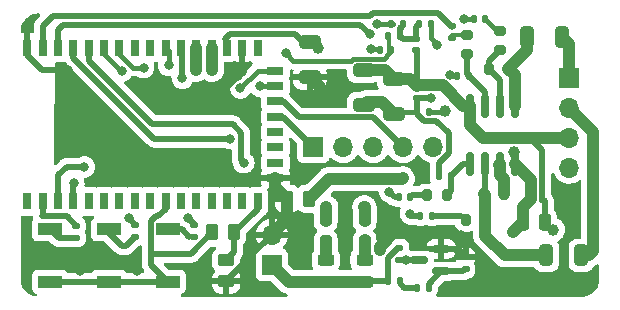
<source format=gbr>
G04 #@! TF.GenerationSoftware,KiCad,Pcbnew,(6.0.4)*
G04 #@! TF.CreationDate,2022-05-02T12:08:19+02:00*
G04 #@! TF.ProjectId,Support-Board-for-TS3008,53757070-6f72-4742-9d42-6f6172642d66,rev?*
G04 #@! TF.SameCoordinates,Original*
G04 #@! TF.FileFunction,Copper,L1,Top*
G04 #@! TF.FilePolarity,Positive*
%FSLAX46Y46*%
G04 Gerber Fmt 4.6, Leading zero omitted, Abs format (unit mm)*
G04 Created by KiCad (PCBNEW (6.0.4)) date 2022-05-02 12:08:19*
%MOMM*%
%LPD*%
G01*
G04 APERTURE LIST*
G04 Aperture macros list*
%AMRoundRect*
0 Rectangle with rounded corners*
0 $1 Rounding radius*
0 $2 $3 $4 $5 $6 $7 $8 $9 X,Y pos of 4 corners*
0 Add a 4 corners polygon primitive as box body*
4,1,4,$2,$3,$4,$5,$6,$7,$8,$9,$2,$3,0*
0 Add four circle primitives for the rounded corners*
1,1,$1+$1,$2,$3*
1,1,$1+$1,$4,$5*
1,1,$1+$1,$6,$7*
1,1,$1+$1,$8,$9*
0 Add four rect primitives between the rounded corners*
20,1,$1+$1,$2,$3,$4,$5,0*
20,1,$1+$1,$4,$5,$6,$7,0*
20,1,$1+$1,$6,$7,$8,$9,0*
20,1,$1+$1,$8,$9,$2,$3,0*%
G04 Aperture macros list end*
G04 #@! TA.AperFunction,SMDPad,CuDef*
%ADD10RoundRect,0.140000X-0.170000X0.140000X-0.170000X-0.140000X0.170000X-0.140000X0.170000X0.140000X0*%
G04 #@! TD*
G04 #@! TA.AperFunction,SMDPad,CuDef*
%ADD11RoundRect,0.140000X-0.140000X-0.170000X0.140000X-0.170000X0.140000X0.170000X-0.140000X0.170000X0*%
G04 #@! TD*
G04 #@! TA.AperFunction,SMDPad,CuDef*
%ADD12RoundRect,0.140000X0.140000X0.170000X-0.140000X0.170000X-0.140000X-0.170000X0.140000X-0.170000X0*%
G04 #@! TD*
G04 #@! TA.AperFunction,SMDPad,CuDef*
%ADD13RoundRect,0.250000X-0.250000X-0.475000X0.250000X-0.475000X0.250000X0.475000X-0.250000X0.475000X0*%
G04 #@! TD*
G04 #@! TA.AperFunction,SMDPad,CuDef*
%ADD14RoundRect,0.150000X-0.150000X0.825000X-0.150000X-0.825000X0.150000X-0.825000X0.150000X0.825000X0*%
G04 #@! TD*
G04 #@! TA.AperFunction,SMDPad,CuDef*
%ADD15R,0.711200X1.422400*%
G04 #@! TD*
G04 #@! TA.AperFunction,SMDPad,CuDef*
%ADD16R,1.422400X0.711200*%
G04 #@! TD*
G04 #@! TA.AperFunction,SMDPad,CuDef*
%ADD17R,2.000000X1.050000*%
G04 #@! TD*
G04 #@! TA.AperFunction,SMDPad,CuDef*
%ADD18RoundRect,0.250000X0.262500X0.450000X-0.262500X0.450000X-0.262500X-0.450000X0.262500X-0.450000X0*%
G04 #@! TD*
G04 #@! TA.AperFunction,SMDPad,CuDef*
%ADD19RoundRect,0.200000X-0.200000X-0.275000X0.200000X-0.275000X0.200000X0.275000X-0.200000X0.275000X0*%
G04 #@! TD*
G04 #@! TA.AperFunction,SMDPad,CuDef*
%ADD20RoundRect,0.135000X-0.135000X-0.185000X0.135000X-0.185000X0.135000X0.185000X-0.135000X0.185000X0*%
G04 #@! TD*
G04 #@! TA.AperFunction,SMDPad,CuDef*
%ADD21RoundRect,0.200000X0.200000X0.275000X-0.200000X0.275000X-0.200000X-0.275000X0.200000X-0.275000X0*%
G04 #@! TD*
G04 #@! TA.AperFunction,SMDPad,CuDef*
%ADD22RoundRect,0.200000X-0.275000X0.200000X-0.275000X-0.200000X0.275000X-0.200000X0.275000X0.200000X0*%
G04 #@! TD*
G04 #@! TA.AperFunction,SMDPad,CuDef*
%ADD23RoundRect,0.135000X0.135000X0.185000X-0.135000X0.185000X-0.135000X-0.185000X0.135000X-0.185000X0*%
G04 #@! TD*
G04 #@! TA.AperFunction,SMDPad,CuDef*
%ADD24RoundRect,0.135000X0.185000X-0.135000X0.185000X0.135000X-0.185000X0.135000X-0.185000X-0.135000X0*%
G04 #@! TD*
G04 #@! TA.AperFunction,SMDPad,CuDef*
%ADD25RoundRect,0.200000X0.275000X-0.200000X0.275000X0.200000X-0.275000X0.200000X-0.275000X-0.200000X0*%
G04 #@! TD*
G04 #@! TA.AperFunction,SMDPad,CuDef*
%ADD26RoundRect,0.250000X0.450000X-0.262500X0.450000X0.262500X-0.450000X0.262500X-0.450000X-0.262500X0*%
G04 #@! TD*
G04 #@! TA.AperFunction,SMDPad,CuDef*
%ADD27RoundRect,0.135000X-0.185000X0.135000X-0.185000X-0.135000X0.185000X-0.135000X0.185000X0.135000X0*%
G04 #@! TD*
G04 #@! TA.AperFunction,SMDPad,CuDef*
%ADD28RoundRect,0.150000X0.587500X0.150000X-0.587500X0.150000X-0.587500X-0.150000X0.587500X-0.150000X0*%
G04 #@! TD*
G04 #@! TA.AperFunction,SMDPad,CuDef*
%ADD29RoundRect,0.147500X-0.147500X-0.172500X0.147500X-0.172500X0.147500X0.172500X-0.147500X0.172500X0*%
G04 #@! TD*
G04 #@! TA.AperFunction,ComponentPad*
%ADD30R,1.700000X1.700000*%
G04 #@! TD*
G04 #@! TA.AperFunction,ComponentPad*
%ADD31O,1.700000X1.700000*%
G04 #@! TD*
G04 #@! TA.AperFunction,SMDPad,CuDef*
%ADD32RoundRect,0.243750X-0.456250X0.243750X-0.456250X-0.243750X0.456250X-0.243750X0.456250X0.243750X0*%
G04 #@! TD*
G04 #@! TA.AperFunction,SMDPad,CuDef*
%ADD33RoundRect,0.250000X-0.325000X-0.650000X0.325000X-0.650000X0.325000X0.650000X-0.325000X0.650000X0*%
G04 #@! TD*
G04 #@! TA.AperFunction,SMDPad,CuDef*
%ADD34RoundRect,0.250000X-0.650000X0.325000X-0.650000X-0.325000X0.650000X-0.325000X0.650000X0.325000X0*%
G04 #@! TD*
G04 #@! TA.AperFunction,SMDPad,CuDef*
%ADD35RoundRect,0.250000X0.650000X-0.325000X0.650000X0.325000X-0.650000X0.325000X-0.650000X-0.325000X0*%
G04 #@! TD*
G04 #@! TA.AperFunction,ViaPad*
%ADD36C,0.800000*%
G04 #@! TD*
G04 #@! TA.AperFunction,ViaPad*
%ADD37C,1.000000*%
G04 #@! TD*
G04 #@! TA.AperFunction,Conductor*
%ADD38C,0.400000*%
G04 #@! TD*
G04 #@! TA.AperFunction,Conductor*
%ADD39C,0.500000*%
G04 #@! TD*
G04 #@! TA.AperFunction,Conductor*
%ADD40C,1.000000*%
G04 #@! TD*
G04 #@! TA.AperFunction,Conductor*
%ADD41C,0.300000*%
G04 #@! TD*
G04 APERTURE END LIST*
D10*
X112025000Y-61595000D03*
X112025000Y-62555000D03*
D11*
X113848000Y-60960000D03*
X114808000Y-60960000D03*
D12*
X107855000Y-61375000D03*
X106895000Y-61375000D03*
X106855000Y-63600000D03*
X105895000Y-63600000D03*
D13*
X118000000Y-78200000D03*
X119900000Y-78200000D03*
D14*
X117355000Y-73275000D03*
X116085000Y-73275000D03*
X114815000Y-73275000D03*
X113545000Y-73275000D03*
X113545000Y-68325000D03*
X114815000Y-68325000D03*
X116085000Y-68325000D03*
X117355000Y-68325000D03*
D15*
X76077370Y-63400140D03*
X77377850Y-63400140D03*
X78678330Y-63400140D03*
X79976270Y-63400140D03*
X81276750Y-63400140D03*
X82577230Y-63400140D03*
X83875170Y-63400140D03*
X85175650Y-63400140D03*
X86476130Y-63400140D03*
X87774070Y-63400140D03*
X89074550Y-63400140D03*
X90375030Y-63400140D03*
X91675510Y-63400140D03*
X92975990Y-63400140D03*
X94273930Y-63400140D03*
X95574410Y-63400140D03*
D16*
X97075550Y-65350860D03*
X97075550Y-66651340D03*
X97075550Y-67951820D03*
X97075550Y-69252300D03*
X97075550Y-70547700D03*
X97075550Y-71848180D03*
X97075550Y-73148660D03*
X97075550Y-74449140D03*
D15*
X95574410Y-76399860D03*
X94273930Y-76399860D03*
X92975990Y-76399860D03*
X91675510Y-76399860D03*
X90375030Y-76399860D03*
X89074550Y-76399860D03*
X87774070Y-76399860D03*
X86476130Y-76399860D03*
X85175650Y-76399860D03*
X83875170Y-76399860D03*
X82577230Y-76399860D03*
X81276750Y-76399860D03*
X79976270Y-76399860D03*
X78678330Y-76399860D03*
X77377850Y-76399860D03*
X76077370Y-76399860D03*
D17*
X88000000Y-78775000D03*
X88000000Y-83225000D03*
X83000000Y-83225000D03*
X83000000Y-78775000D03*
X78000000Y-83225000D03*
X78000000Y-78775000D03*
D18*
X99912500Y-76200000D03*
X98087500Y-76200000D03*
D19*
X111575000Y-75900000D03*
X109925000Y-75900000D03*
X113175000Y-78000000D03*
X114825000Y-78000000D03*
X116400000Y-75825000D03*
X114750000Y-75825000D03*
D20*
X110940000Y-74300000D03*
X111960000Y-74300000D03*
D21*
X115150000Y-65175000D03*
X116800000Y-65175000D03*
D20*
X113500000Y-65825000D03*
X112480000Y-65825000D03*
D22*
X113325000Y-63975000D03*
X113325000Y-62325000D03*
X116078000Y-63626000D03*
X116078000Y-61976000D03*
D23*
X106640000Y-62425000D03*
X107660000Y-62425000D03*
X110060000Y-68875000D03*
X109040000Y-68875000D03*
D24*
X109050000Y-66665000D03*
X109050000Y-67685000D03*
D25*
X104632500Y-79725000D03*
X104632500Y-78075000D03*
D22*
X101332500Y-79725000D03*
X101332500Y-78075000D03*
D26*
X92900000Y-81375000D03*
X92900000Y-83200000D03*
D18*
X91737500Y-79050000D03*
X93562500Y-79050000D03*
D24*
X90200000Y-79410000D03*
X90200000Y-78390000D03*
X85200000Y-79420000D03*
X85200000Y-78400000D03*
X80200000Y-79510000D03*
X80200000Y-78490000D03*
X107582500Y-81400000D03*
X107582500Y-80380000D03*
D27*
X113182500Y-82160000D03*
X113182500Y-81140000D03*
D20*
X110042500Y-83750000D03*
X109022500Y-83750000D03*
D28*
X109245000Y-81400000D03*
X111120000Y-82350000D03*
X111120000Y-80450000D03*
D29*
X109250000Y-61375000D03*
X110220000Y-61375000D03*
D30*
X121950000Y-65950000D03*
D31*
X121950000Y-68490000D03*
X121950000Y-71030000D03*
X121950000Y-73570000D03*
D30*
X100275000Y-71800000D03*
D31*
X102815000Y-71800000D03*
X105355000Y-71800000D03*
X107895000Y-71800000D03*
X110435000Y-71800000D03*
X96774000Y-79253000D03*
D30*
X96774000Y-81793000D03*
D32*
X104632500Y-83250000D03*
X104632500Y-81375000D03*
X101357500Y-83250000D03*
X101357500Y-81375000D03*
D33*
X120025000Y-81000000D03*
X122975000Y-81000000D03*
D12*
X107520000Y-76050000D03*
X108480000Y-76050000D03*
X109352500Y-77650000D03*
X110312500Y-77650000D03*
D11*
X119680000Y-76200000D03*
X118720000Y-76200000D03*
D34*
X107100000Y-66075000D03*
X107100000Y-69025000D03*
D33*
X121314000Y-62484000D03*
X118364000Y-62484000D03*
D10*
X108950000Y-63635000D03*
X108950000Y-62675000D03*
D34*
X104550000Y-68250000D03*
X104550000Y-65300000D03*
D35*
X100000000Y-65875000D03*
X100000000Y-62925000D03*
D12*
X107592500Y-83200000D03*
X106632500Y-83200000D03*
D36*
X112776000Y-79248000D03*
X108966000Y-78994000D03*
X110744000Y-78994000D03*
X122174000Y-78232000D03*
X121666000Y-76962000D03*
X122936000Y-83566000D03*
X120396000Y-83566000D03*
X118110000Y-83566000D03*
X115824000Y-83566000D03*
X83058000Y-69342000D03*
X81534000Y-67818000D03*
X86360000Y-72898000D03*
X84328000Y-72644000D03*
X83566000Y-71120000D03*
X81026000Y-70612000D03*
X79502000Y-69342000D03*
X79502000Y-67310000D03*
X90678000Y-83312000D03*
X90678000Y-82042000D03*
X80518000Y-82296000D03*
X85344000Y-82296000D03*
X105950000Y-80610000D03*
X107320000Y-78840000D03*
X87890000Y-67580000D03*
X94110000Y-66820000D03*
X95730000Y-66660000D03*
D37*
X111420000Y-68790000D03*
X117310000Y-72240000D03*
X100710000Y-63470000D03*
D36*
X110730000Y-63139500D03*
D37*
X120610000Y-78810000D03*
X107870000Y-74460000D03*
X100850000Y-67290000D03*
D36*
X105670000Y-61360000D03*
X105170000Y-63510000D03*
X97970000Y-63890000D03*
X88040000Y-64910000D03*
X84050000Y-65400000D03*
X85920000Y-65100000D03*
X113030000Y-60960000D03*
X105060332Y-62269668D03*
X79502000Y-65278000D03*
X94400000Y-73150000D03*
X93250000Y-71100000D03*
X108500000Y-77475000D03*
X106725000Y-75600000D03*
X110236000Y-67684989D03*
X111900000Y-65700000D03*
D37*
X98650000Y-83250000D03*
X117200000Y-79000000D03*
D36*
X94273930Y-65473930D03*
X89200000Y-66000000D03*
D37*
X91700000Y-65300000D03*
X90375030Y-65275030D03*
D36*
X80000000Y-74900000D03*
X89700000Y-77800000D03*
X80900000Y-73500000D03*
X84650000Y-77850000D03*
D37*
X104600000Y-76900000D03*
X101400000Y-76900000D03*
D36*
X108150000Y-81400000D03*
X112546250Y-80503750D03*
D38*
X113848000Y-60960000D02*
X113030000Y-60960000D01*
X116078000Y-61976000D02*
X115824000Y-61976000D01*
X115824000Y-61976000D02*
X114808000Y-60960000D01*
D39*
X115150000Y-65175000D02*
X115150000Y-64554000D01*
X115150000Y-64554000D02*
X116078000Y-63626000D01*
D40*
X121950000Y-65950000D02*
X121950000Y-63120000D01*
X121950000Y-63120000D02*
X121314000Y-62484000D01*
X118364000Y-62484000D02*
X118364000Y-63611000D01*
X118364000Y-63611000D02*
X116800000Y-65175000D01*
D38*
X97970000Y-63890000D02*
X98600000Y-64520000D01*
X98600000Y-64520000D02*
X103436441Y-64520000D01*
X103630961Y-64325480D02*
X106270592Y-64325480D01*
X103436441Y-64520000D02*
X103630961Y-64325480D01*
X106270592Y-64325480D02*
X106724520Y-63871552D01*
X106724520Y-63871552D02*
X106724520Y-63600000D01*
D39*
X77377850Y-63400140D02*
X77377850Y-61560150D01*
X77377850Y-61560150D02*
X78232000Y-60706000D01*
X78232000Y-60706000D02*
X105122609Y-60706000D01*
X105122609Y-60706000D02*
X105318120Y-60510489D01*
X105318120Y-60510489D02*
X110860009Y-60510489D01*
X110860009Y-60510489D02*
X112025000Y-61675480D01*
X110236000Y-67684989D02*
X110235989Y-67685000D01*
X110235989Y-67685000D02*
X109050000Y-67685000D01*
D38*
X85009688Y-65100000D02*
X85920000Y-65100000D01*
D40*
X96520000Y-79502000D02*
X98087500Y-77934500D01*
X98087500Y-77934500D02*
X98087500Y-76200000D01*
D39*
X96520000Y-79502000D02*
X94262020Y-81759980D01*
X94262020Y-81759980D02*
X94262020Y-81837980D01*
X94262020Y-81837980D02*
X92900000Y-83200000D01*
D40*
X96774000Y-81793000D02*
X98231000Y-83250000D01*
X98231000Y-83250000D02*
X98650000Y-83250000D01*
D39*
X105060332Y-62269668D02*
X104258664Y-61468000D01*
X104258664Y-61468000D02*
X79122000Y-61468000D01*
X79122000Y-61468000D02*
X78678330Y-61911670D01*
X78678330Y-61911670D02*
X78678330Y-63400140D01*
X79502000Y-65278000D02*
X77289888Y-65278000D01*
X77289888Y-65278000D02*
X76077370Y-64065482D01*
X76077370Y-64065482D02*
X76077370Y-63400140D01*
D40*
X107320000Y-78840000D02*
X105916520Y-80243480D01*
X105916520Y-80243480D02*
X105916520Y-80576520D01*
X93685056Y-65690000D02*
X93840000Y-65690000D01*
X91795056Y-67580000D02*
X93685056Y-65690000D01*
X87890000Y-67580000D02*
X91795056Y-67580000D01*
D38*
X94110000Y-66820000D02*
X95579140Y-65350860D01*
X95579140Y-65350860D02*
X97075550Y-65350860D01*
X95730000Y-66660000D02*
X97066890Y-66660000D01*
X97066890Y-66660000D02*
X97075550Y-66651340D01*
X110060000Y-68875000D02*
X111335000Y-68875000D01*
X111335000Y-68875000D02*
X111420000Y-68790000D01*
X110220000Y-61375000D02*
X110220000Y-62629500D01*
X110220000Y-62629500D02*
X110730000Y-63139500D01*
D40*
X107829511Y-74500489D02*
X107870000Y-74460000D01*
X101612011Y-74500489D02*
X107829511Y-74500489D01*
X99912500Y-76200000D02*
X101612011Y-74500489D01*
D38*
X109040000Y-68875000D02*
X107250000Y-68875000D01*
X107250000Y-68875000D02*
X107100000Y-69025000D01*
D40*
X100850000Y-67290000D02*
X100850000Y-66725000D01*
X100850000Y-66725000D02*
X100000000Y-65875000D01*
X109050000Y-66665000D02*
X109129511Y-66585489D01*
X109129511Y-66585489D02*
X111230545Y-66585489D01*
X111230545Y-66585489D02*
X112970056Y-68325000D01*
X112970056Y-68325000D02*
X113545000Y-68325000D01*
X118655000Y-71030000D02*
X121950000Y-71030000D01*
X113545000Y-68325000D02*
X113545000Y-69945000D01*
X113545000Y-69945000D02*
X114630000Y-71030000D01*
X114630000Y-71030000D02*
X118655000Y-71030000D01*
D38*
X105670000Y-61360000D02*
X107025480Y-61360000D01*
X105170000Y-63510000D02*
X105935480Y-63510000D01*
X88040000Y-64910000D02*
X88040000Y-63666070D01*
X88040000Y-63666070D02*
X87774070Y-63400140D01*
X85009688Y-65100000D02*
X83875170Y-63965482D01*
X83875170Y-63965482D02*
X83875170Y-63400140D01*
X84009208Y-65400000D02*
X84050000Y-65400000D01*
X82577230Y-63968022D02*
X84009208Y-65400000D01*
X82577230Y-63400140D02*
X82577230Y-63968022D01*
D41*
X113325000Y-62325000D02*
X113275480Y-62374520D01*
X113275480Y-62374520D02*
X112025000Y-62374520D01*
D39*
X93250000Y-71100000D02*
X86825000Y-71100000D01*
X86825000Y-71100000D02*
X79976270Y-64251270D01*
X79976270Y-64251270D02*
X79976270Y-63400140D01*
X94400000Y-73150000D02*
X94175489Y-72925489D01*
X81276750Y-64526750D02*
X81276750Y-63400140D01*
X94175489Y-72925489D02*
X94175489Y-70600489D01*
X94175489Y-70600489D02*
X93475000Y-69900000D01*
X93475000Y-69900000D02*
X86650000Y-69900000D01*
X86650000Y-69900000D02*
X81276750Y-64526750D01*
X108675000Y-77650000D02*
X108500000Y-77475000D01*
X109352500Y-77650000D02*
X108675000Y-77650000D01*
X107175000Y-76050000D02*
X106725000Y-75600000D01*
X107520000Y-76050000D02*
X107175000Y-76050000D01*
D41*
X106640000Y-62425000D02*
X106674520Y-62459520D01*
X106674520Y-62459520D02*
X106674520Y-63600000D01*
D39*
X107660000Y-62425000D02*
X107660000Y-61781783D01*
X107660000Y-61781783D02*
X107774520Y-61667263D01*
X108950000Y-62675000D02*
X107910000Y-62675000D01*
X107910000Y-62675000D02*
X107660000Y-62425000D01*
X108950000Y-62675000D02*
X108950000Y-61675000D01*
X108950000Y-61675000D02*
X109250000Y-61375000D01*
X109050000Y-66665000D02*
X109050000Y-63735000D01*
X109050000Y-63735000D02*
X108950000Y-63635000D01*
X112025000Y-65825000D02*
X111900000Y-65700000D01*
X112480000Y-65825000D02*
X112025000Y-65825000D01*
X109040000Y-68875000D02*
X109040000Y-67695000D01*
X109040000Y-67695000D02*
X109050000Y-67685000D01*
X110940000Y-74300000D02*
X110940000Y-73132787D01*
X110940000Y-73132787D02*
X111734511Y-72338276D01*
X109040000Y-69001636D02*
X109040000Y-68875000D01*
X111734511Y-72338276D02*
X111734511Y-70671897D01*
X111734511Y-70671897D02*
X110707134Y-69644520D01*
X110707134Y-69644520D02*
X109682884Y-69644520D01*
X109682884Y-69644520D02*
X109040000Y-69001636D01*
X110312500Y-77650000D02*
X112825000Y-77650000D01*
X112825000Y-77650000D02*
X113175000Y-78000000D01*
X119680000Y-72055000D02*
X118655000Y-71030000D01*
X119680000Y-73300000D02*
X119680000Y-72055000D01*
X113500000Y-65825000D02*
X114815000Y-67140000D01*
X114815000Y-67140000D02*
X114815000Y-68325000D01*
X113325000Y-63975000D02*
X113325000Y-65650000D01*
X113325000Y-65650000D02*
X113500000Y-65825000D01*
X115150000Y-65175000D02*
X116085000Y-66110000D01*
X116085000Y-66110000D02*
X116085000Y-68325000D01*
D40*
X117355000Y-65730000D02*
X117355000Y-68325000D01*
X116800000Y-65175000D02*
X117355000Y-65730000D01*
D39*
X109925000Y-75900000D02*
X108630000Y-75900000D01*
X108630000Y-75900000D02*
X108480000Y-76050000D01*
X111960000Y-74300000D02*
X111960000Y-75515000D01*
X111960000Y-75515000D02*
X111575000Y-75900000D01*
X113545000Y-73275000D02*
X112985000Y-73275000D01*
X112985000Y-73275000D02*
X111960000Y-74300000D01*
D40*
X116085000Y-73275000D02*
X116085000Y-74181402D01*
X116085000Y-74181402D02*
X116400000Y-74496402D01*
X116400000Y-75825000D02*
X116400000Y-74496402D01*
D39*
X114815000Y-73275000D02*
X114815000Y-75760000D01*
X114815000Y-75760000D02*
X114750000Y-75825000D01*
D40*
X116000000Y-73360000D02*
X116085000Y-73275000D01*
X114825000Y-78000000D02*
X114825000Y-75900000D01*
X114825000Y-75900000D02*
X114750000Y-75825000D01*
X120025000Y-81000000D02*
X116500000Y-81000000D01*
X116500000Y-81000000D02*
X114825000Y-79325000D01*
X114825000Y-79325000D02*
X114825000Y-78000000D01*
X98650000Y-83250000D02*
X101357500Y-83250000D01*
X118000000Y-78200000D02*
X117200000Y-79000000D01*
X118000000Y-78200000D02*
X118000000Y-76900480D01*
X118000000Y-76900480D02*
X118700480Y-76200000D01*
X117355000Y-73275000D02*
X118700480Y-74620480D01*
X118700480Y-74620480D02*
X118700480Y-76200000D01*
D39*
X119680000Y-76200000D02*
X119680000Y-73300000D01*
X119900000Y-78200000D02*
X119900000Y-76420000D01*
X119900000Y-76420000D02*
X119680000Y-76200000D01*
D40*
X124000000Y-70540000D02*
X124000000Y-80600000D01*
X121950000Y-68490000D02*
X124000000Y-70540000D01*
X124000000Y-80600000D02*
X123600000Y-81000000D01*
X123600000Y-81000000D02*
X122975000Y-81000000D01*
X107100000Y-66075000D02*
X108460000Y-66075000D01*
X108460000Y-66075000D02*
X109050000Y-66665000D01*
X104550000Y-65300000D02*
X106325000Y-65300000D01*
X106325000Y-65300000D02*
X107100000Y-66075000D01*
X104550000Y-68250000D02*
X104800000Y-68000000D01*
X104800000Y-68000000D02*
X106075000Y-68000000D01*
X106075000Y-68000000D02*
X107100000Y-69025000D01*
D39*
X107895000Y-71800000D02*
X105369520Y-69274520D01*
X105369520Y-69274520D02*
X99063592Y-69274520D01*
X99063592Y-69274520D02*
X97740892Y-67951820D01*
X97740892Y-67951820D02*
X97075550Y-67951820D01*
X100275000Y-71781328D02*
X97745972Y-69252300D01*
X97745972Y-69252300D02*
X97075550Y-69252300D01*
X94273930Y-63400140D02*
X94273930Y-65473930D01*
X99400000Y-62925000D02*
X98714429Y-62239429D01*
X98714429Y-62239429D02*
X93260571Y-62239429D01*
X93260571Y-62239429D02*
X92800000Y-62700000D01*
X89200000Y-66000000D02*
X89200000Y-63525590D01*
X89200000Y-63525590D02*
X89074550Y-63400140D01*
D40*
X91675510Y-65275510D02*
X91700000Y-65300000D01*
X91675510Y-63400140D02*
X91675510Y-65275510D01*
X90375030Y-63400140D02*
X90375030Y-65275030D01*
X97075550Y-74449140D02*
X97075550Y-75188050D01*
X97075550Y-75188050D02*
X98087500Y-76200000D01*
D39*
X80900000Y-73500000D02*
X79396549Y-73500000D01*
X79396549Y-73500000D02*
X78678330Y-74218219D01*
X78678330Y-74218219D02*
X78678330Y-76399860D01*
X79976270Y-74923730D02*
X80000000Y-74900000D01*
X79976270Y-76399860D02*
X79976270Y-74923730D01*
X93562500Y-79050000D02*
X93562500Y-80712500D01*
X93562500Y-80712500D02*
X92900000Y-81375000D01*
X93562500Y-79050000D02*
X95574410Y-77038090D01*
X95574410Y-77038090D02*
X95574410Y-76399860D01*
X86550489Y-81775489D02*
X86550489Y-80850489D01*
X86550489Y-80850489D02*
X86550489Y-78049511D01*
X91737500Y-79050000D02*
X89937011Y-80850489D01*
X89937011Y-80850489D02*
X86550489Y-80850489D01*
X86929520Y-77670480D02*
X87168792Y-77670480D01*
X87168792Y-77670480D02*
X87774070Y-77065202D01*
X90200000Y-78300000D02*
X89700000Y-77800000D01*
X90200000Y-78390000D02*
X90200000Y-78300000D01*
X88000000Y-78775000D02*
X89175000Y-78775000D01*
X89175000Y-78775000D02*
X89800000Y-79400000D01*
X88000000Y-83225000D02*
X86550489Y-81775489D01*
X86550489Y-78049511D02*
X86929520Y-77670480D01*
X87774070Y-76399860D02*
X87774070Y-77065202D01*
X85200000Y-78400000D02*
X84650000Y-77850000D01*
X83000000Y-79100000D02*
X84100000Y-80200000D01*
X83000000Y-78775000D02*
X83000000Y-79100000D01*
X84100000Y-80200000D02*
X84420000Y-80200000D01*
X84420000Y-80200000D02*
X85200000Y-79420000D01*
X79410000Y-77700000D02*
X77300000Y-77700000D01*
X77377850Y-77622150D02*
X77377850Y-76399860D01*
X80200000Y-78490000D02*
X79410000Y-77700000D01*
X77300000Y-77700000D02*
X77377850Y-77622150D01*
X80200000Y-79510000D02*
X78735000Y-79510000D01*
X78735000Y-79510000D02*
X78000000Y-78775000D01*
X83000000Y-83225000D02*
X88000000Y-83225000D01*
X78000000Y-83225000D02*
X83000000Y-83225000D01*
D40*
X104632500Y-78075000D02*
X104632500Y-76932500D01*
X104632500Y-76932500D02*
X104600000Y-76900000D01*
X101332500Y-78075000D02*
X101332500Y-76967500D01*
X101332500Y-76967500D02*
X101400000Y-76900000D01*
X101357500Y-81375000D02*
X101357500Y-79750000D01*
X104632500Y-81375000D02*
X104632500Y-79725000D01*
D39*
X108150000Y-81400000D02*
X107582500Y-81400000D01*
X112546250Y-80503750D02*
X113182500Y-81140000D01*
X111120000Y-80450000D02*
X112492500Y-80450000D01*
X112492500Y-80450000D02*
X112546250Y-80503750D01*
X111120000Y-82350000D02*
X112992500Y-82350000D01*
X112992500Y-82350000D02*
X113182500Y-82160000D01*
X106632500Y-83200000D02*
X106632500Y-81203364D01*
X106632500Y-81203364D02*
X107455864Y-80380000D01*
X107455864Y-80380000D02*
X107582500Y-80380000D01*
X109245000Y-81400000D02*
X108150000Y-81400000D01*
X110042500Y-83750000D02*
X110042500Y-83427500D01*
X110042500Y-83427500D02*
X111120000Y-82350000D01*
X107592500Y-83200000D02*
X107592500Y-83342500D01*
X107592500Y-83342500D02*
X108000000Y-83750000D01*
X108000000Y-83750000D02*
X109022500Y-83750000D01*
X106632500Y-83200000D02*
X104682500Y-83200000D01*
X104682500Y-83200000D02*
X104632500Y-83250000D01*
D40*
X101357500Y-83250000D02*
X104632500Y-83250000D01*
G04 #@! TA.AperFunction,Conductor*
G36*
X120647012Y-74008678D02*
G01*
X120681243Y-74056498D01*
X120730184Y-74177025D01*
X120733266Y-74184616D01*
X120735965Y-74189020D01*
X120844485Y-74366109D01*
X120849987Y-74375088D01*
X120996250Y-74543938D01*
X121065448Y-74601387D01*
X121151055Y-74672459D01*
X121168126Y-74686632D01*
X121361000Y-74799338D01*
X121569692Y-74879030D01*
X121574760Y-74880061D01*
X121574763Y-74880062D01*
X121640494Y-74893435D01*
X121788597Y-74923567D01*
X121793772Y-74923757D01*
X121793774Y-74923757D01*
X122006673Y-74931564D01*
X122006677Y-74931564D01*
X122011837Y-74931753D01*
X122016957Y-74931097D01*
X122016959Y-74931097D01*
X122228288Y-74904025D01*
X122228289Y-74904025D01*
X122233416Y-74903368D01*
X122244642Y-74900000D01*
X122442429Y-74840661D01*
X122442434Y-74840659D01*
X122447384Y-74839174D01*
X122647994Y-74740896D01*
X122652199Y-74737896D01*
X122652205Y-74737893D01*
X122769581Y-74654169D01*
X122792333Y-74637941D01*
X122859405Y-74614668D01*
X122928414Y-74631351D01*
X122977448Y-74682695D01*
X122991500Y-74740520D01*
X122991500Y-79465500D01*
X122971498Y-79533621D01*
X122917842Y-79580114D01*
X122865500Y-79591500D01*
X122599600Y-79591500D01*
X122596354Y-79591837D01*
X122596350Y-79591837D01*
X122500692Y-79601762D01*
X122500688Y-79601763D01*
X122493834Y-79602474D01*
X122487298Y-79604655D01*
X122487296Y-79604655D01*
X122374782Y-79642193D01*
X122326054Y-79658450D01*
X122175652Y-79751522D01*
X122170479Y-79756704D01*
X122152263Y-79774952D01*
X122050695Y-79876697D01*
X122046855Y-79882927D01*
X122046854Y-79882928D01*
X121968513Y-80010021D01*
X121957885Y-80027262D01*
X121941458Y-80076788D01*
X121919320Y-80143534D01*
X121902203Y-80195139D01*
X121901503Y-80201975D01*
X121901502Y-80201978D01*
X121898223Y-80233985D01*
X121891500Y-80299600D01*
X121891500Y-81700400D01*
X121891837Y-81703646D01*
X121891837Y-81703650D01*
X121901042Y-81792361D01*
X121902474Y-81806166D01*
X121904655Y-81812702D01*
X121904655Y-81812704D01*
X121917889Y-81852371D01*
X121958450Y-81973946D01*
X122051522Y-82124348D01*
X122176697Y-82249305D01*
X122182927Y-82253145D01*
X122182928Y-82253146D01*
X122320090Y-82337694D01*
X122327262Y-82342115D01*
X122407005Y-82368564D01*
X122488611Y-82395632D01*
X122488613Y-82395632D01*
X122495139Y-82397797D01*
X122501975Y-82398497D01*
X122501978Y-82398498D01*
X122545031Y-82402909D01*
X122599600Y-82408500D01*
X123350400Y-82408500D01*
X123353646Y-82408163D01*
X123353650Y-82408163D01*
X123449308Y-82398238D01*
X123449312Y-82398237D01*
X123456166Y-82397526D01*
X123462702Y-82395345D01*
X123462704Y-82395345D01*
X123594806Y-82351272D01*
X123623946Y-82341550D01*
X123774348Y-82248478D01*
X123899305Y-82123303D01*
X123992115Y-81972738D01*
X123994418Y-81965795D01*
X123997226Y-81959773D01*
X124044143Y-81906488D01*
X124052264Y-81901774D01*
X124068255Y-81893271D01*
X124069425Y-81892657D01*
X124146453Y-81852729D01*
X124151926Y-81849892D01*
X124156089Y-81846569D01*
X124160796Y-81844066D01*
X124232918Y-81785245D01*
X124233774Y-81784554D01*
X124272973Y-81753262D01*
X124275477Y-81750758D01*
X124276195Y-81750116D01*
X124280558Y-81746390D01*
X124285873Y-81742056D01*
X124351307Y-81714508D01*
X124421248Y-81726710D01*
X124473488Y-81774787D01*
X124491500Y-81839706D01*
X124491500Y-82950633D01*
X124490000Y-82970018D01*
X124487690Y-82984851D01*
X124487690Y-82984855D01*
X124486309Y-82993724D01*
X124488136Y-83007693D01*
X124488304Y-83008976D01*
X124489047Y-83034302D01*
X124478026Y-83188404D01*
X124476962Y-83203279D01*
X124474404Y-83221064D01*
X124456598Y-83302919D01*
X124433001Y-83411392D01*
X124427937Y-83428641D01*
X124359864Y-83611150D01*
X124352396Y-83627502D01*
X124259048Y-83798458D01*
X124249328Y-83813582D01*
X124132598Y-83969514D01*
X124120825Y-83983100D01*
X123983100Y-84120825D01*
X123969514Y-84132598D01*
X123813582Y-84249328D01*
X123798458Y-84259048D01*
X123627502Y-84352396D01*
X123611150Y-84359864D01*
X123428641Y-84427937D01*
X123411393Y-84433001D01*
X123221064Y-84474404D01*
X123203285Y-84476961D01*
X123041395Y-84488540D01*
X123023435Y-84487793D01*
X123015155Y-84487692D01*
X123006276Y-84486309D01*
X122974714Y-84490436D01*
X122958379Y-84491500D01*
X110816900Y-84491500D01*
X110748779Y-84471498D01*
X110702286Y-84417842D01*
X110692182Y-84347568D01*
X110708446Y-84301361D01*
X110768734Y-84199419D01*
X110768734Y-84199418D01*
X110772769Y-84192596D01*
X110776147Y-84180971D01*
X110816334Y-84042644D01*
X110818129Y-84036466D01*
X110818926Y-84026348D01*
X110820807Y-84002444D01*
X110820807Y-84002438D01*
X110821000Y-83999989D01*
X110820999Y-83773872D01*
X110841001Y-83705752D01*
X110857904Y-83684777D01*
X111347276Y-83195405D01*
X111409588Y-83161379D01*
X111436371Y-83158500D01*
X111774002Y-83158500D01*
X111776450Y-83158307D01*
X111776458Y-83158307D01*
X111804921Y-83156067D01*
X111804926Y-83156066D01*
X111811331Y-83155562D01*
X111817507Y-83153768D01*
X111817511Y-83153767D01*
X111956102Y-83113503D01*
X111991254Y-83108500D01*
X112925430Y-83108500D01*
X112944380Y-83109933D01*
X112958615Y-83112099D01*
X112958619Y-83112099D01*
X112965849Y-83113199D01*
X112973141Y-83112606D01*
X112973144Y-83112606D01*
X113018518Y-83108915D01*
X113028733Y-83108500D01*
X113036793Y-83108500D01*
X113050083Y-83106951D01*
X113065007Y-83105211D01*
X113069382Y-83104778D01*
X113134839Y-83099454D01*
X113134842Y-83099453D01*
X113142137Y-83098860D01*
X113149101Y-83096604D01*
X113155060Y-83095413D01*
X113160915Y-83094029D01*
X113168181Y-83093182D01*
X113236827Y-83068265D01*
X113240955Y-83066848D01*
X113303436Y-83046607D01*
X113303438Y-83046606D01*
X113310399Y-83044351D01*
X113316654Y-83040555D01*
X113322128Y-83038049D01*
X113327558Y-83035330D01*
X113334437Y-83032833D01*
X113350586Y-83022245D01*
X113395476Y-82992814D01*
X113399180Y-82990477D01*
X113461607Y-82952595D01*
X113465816Y-82948878D01*
X113470333Y-82945554D01*
X113470832Y-82946232D01*
X113513728Y-82922624D01*
X113589354Y-82900653D01*
X113617483Y-82892481D01*
X113617485Y-82892480D01*
X113625096Y-82890269D01*
X113703790Y-82843730D01*
X113758220Y-82811540D01*
X113765041Y-82807506D01*
X113880006Y-82692541D01*
X113929564Y-82608743D01*
X113958734Y-82559419D01*
X113958734Y-82559418D01*
X113962769Y-82552596D01*
X113966647Y-82539250D01*
X113998356Y-82430106D01*
X114008129Y-82396466D01*
X114009030Y-82385026D01*
X114010807Y-82362444D01*
X114010807Y-82362438D01*
X114011000Y-82359989D01*
X114010999Y-81960012D01*
X114008129Y-81923534D01*
X113970020Y-81792361D01*
X113964981Y-81775017D01*
X113964980Y-81775015D01*
X113962769Y-81767404D01*
X113930977Y-81713647D01*
X113913518Y-81644834D01*
X113930978Y-81585370D01*
X113958271Y-81539220D01*
X113964519Y-81524783D01*
X113997461Y-81411395D01*
X113997421Y-81397295D01*
X113990151Y-81394000D01*
X113520042Y-81394000D01*
X113484890Y-81388997D01*
X113475147Y-81386166D01*
X113475140Y-81386165D01*
X113468966Y-81384371D01*
X113462559Y-81383867D01*
X113462555Y-81383866D01*
X113434944Y-81381693D01*
X113434938Y-81381693D01*
X113432489Y-81381500D01*
X113182652Y-81381500D01*
X112932512Y-81381501D01*
X112896034Y-81384371D01*
X112889852Y-81386167D01*
X112889847Y-81386168D01*
X112880110Y-81388997D01*
X112844958Y-81394000D01*
X112380600Y-81394000D01*
X112367069Y-81397973D01*
X112365934Y-81405870D01*
X112373045Y-81430346D01*
X112372842Y-81501343D01*
X112334289Y-81560959D01*
X112269624Y-81590268D01*
X112252048Y-81591500D01*
X111991254Y-81591500D01*
X111956102Y-81586497D01*
X111817511Y-81546233D01*
X111817507Y-81546232D01*
X111811331Y-81544438D01*
X111804926Y-81543934D01*
X111804921Y-81543933D01*
X111776458Y-81541693D01*
X111776450Y-81541693D01*
X111774002Y-81541500D01*
X110617000Y-81541500D01*
X110548879Y-81521498D01*
X110502386Y-81467842D01*
X110491000Y-81415500D01*
X110491000Y-81384000D01*
X110511002Y-81315879D01*
X110564658Y-81269386D01*
X110617000Y-81258000D01*
X110847885Y-81258000D01*
X110863124Y-81253525D01*
X110864329Y-81252135D01*
X110866000Y-81244452D01*
X110866000Y-81239884D01*
X111374000Y-81239884D01*
X111378475Y-81255123D01*
X111379865Y-81256328D01*
X111387548Y-81257999D01*
X111771484Y-81257999D01*
X111776420Y-81257805D01*
X111804836Y-81255570D01*
X111817431Y-81253270D01*
X111963290Y-81210893D01*
X111977721Y-81204648D01*
X112107178Y-81128089D01*
X112119604Y-81118449D01*
X112225949Y-81012104D01*
X112235591Y-80999675D01*
X112266232Y-80947862D01*
X112318124Y-80899409D01*
X112374686Y-80886000D01*
X112910385Y-80886000D01*
X112925624Y-80881525D01*
X112926829Y-80880135D01*
X112928500Y-80872452D01*
X112928500Y-80867885D01*
X113436500Y-80867885D01*
X113440975Y-80883124D01*
X113442365Y-80884329D01*
X113450048Y-80886000D01*
X113984400Y-80886000D01*
X113997931Y-80882027D01*
X113999066Y-80874129D01*
X113964519Y-80755217D01*
X113958270Y-80740778D01*
X113883646Y-80614595D01*
X113873999Y-80602159D01*
X113770341Y-80498501D01*
X113757905Y-80488854D01*
X113631722Y-80414230D01*
X113617283Y-80407981D01*
X113475064Y-80366662D01*
X113462477Y-80364363D01*
X113454557Y-80363740D01*
X113439470Y-80366910D01*
X113436500Y-80378374D01*
X113436500Y-80867885D01*
X112928500Y-80867885D01*
X112928500Y-80380434D01*
X112924156Y-80365639D01*
X112912497Y-80363579D01*
X112902523Y-80364363D01*
X112889936Y-80366662D01*
X112747717Y-80407981D01*
X112733278Y-80414230D01*
X112607095Y-80488854D01*
X112594659Y-80498501D01*
X112491001Y-80602159D01*
X112481354Y-80614595D01*
X112465065Y-80642139D01*
X112413172Y-80690592D01*
X112356612Y-80704000D01*
X111392115Y-80704000D01*
X111376876Y-80708475D01*
X111375671Y-80709865D01*
X111374000Y-80717548D01*
X111374000Y-81239884D01*
X110866000Y-81239884D01*
X110866000Y-80722115D01*
X110861525Y-80706876D01*
X110860135Y-80705671D01*
X110852452Y-80704000D01*
X110237342Y-80704000D01*
X110173203Y-80686453D01*
X110109711Y-80648904D01*
X110096101Y-80640855D01*
X110088490Y-80638644D01*
X110088488Y-80638643D01*
X110022892Y-80619586D01*
X109936331Y-80594438D01*
X109929926Y-80593934D01*
X109929921Y-80593933D01*
X109901458Y-80591693D01*
X109901450Y-80591693D01*
X109899002Y-80591500D01*
X108594494Y-80591500D01*
X108543246Y-80580607D01*
X108485751Y-80555009D01*
X108431655Y-80509029D01*
X108411000Y-80439902D01*
X108410999Y-80182484D01*
X108410999Y-80180012D01*
X108410888Y-80178605D01*
X109882561Y-80178605D01*
X109882601Y-80192706D01*
X109889870Y-80196000D01*
X110847885Y-80196000D01*
X110863124Y-80191525D01*
X110864329Y-80190135D01*
X110866000Y-80182452D01*
X110866000Y-80177885D01*
X111374000Y-80177885D01*
X111378475Y-80193124D01*
X111379865Y-80194329D01*
X111387548Y-80196000D01*
X112344378Y-80196000D01*
X112357909Y-80192027D01*
X112359044Y-80184129D01*
X112318393Y-80044210D01*
X112312148Y-80029779D01*
X112235589Y-79900322D01*
X112225949Y-79887896D01*
X112119604Y-79781551D01*
X112107178Y-79771911D01*
X111977721Y-79695352D01*
X111963290Y-79689107D01*
X111817435Y-79646731D01*
X111804833Y-79644430D01*
X111776416Y-79642193D01*
X111771486Y-79642000D01*
X111392115Y-79642000D01*
X111376876Y-79646475D01*
X111375671Y-79647865D01*
X111374000Y-79655548D01*
X111374000Y-80177885D01*
X110866000Y-80177885D01*
X110866000Y-79660116D01*
X110861525Y-79644877D01*
X110860135Y-79643672D01*
X110852452Y-79642001D01*
X110468517Y-79642001D01*
X110463580Y-79642195D01*
X110435164Y-79644430D01*
X110422569Y-79646730D01*
X110276710Y-79689107D01*
X110262279Y-79695352D01*
X110132822Y-79771911D01*
X110120396Y-79781551D01*
X110014051Y-79887896D01*
X110004411Y-79900322D01*
X109927852Y-80029779D01*
X109921607Y-80044210D01*
X109882561Y-80178605D01*
X108410888Y-80178605D01*
X108408129Y-80143534D01*
X108376367Y-80034209D01*
X108364981Y-79995017D01*
X108364980Y-79995015D01*
X108362769Y-79987404D01*
X108352455Y-79969963D01*
X108284040Y-79854280D01*
X108280006Y-79847459D01*
X108165041Y-79732494D01*
X108131138Y-79712444D01*
X108031919Y-79653766D01*
X108031918Y-79653766D01*
X108025096Y-79649731D01*
X108017485Y-79647520D01*
X108017483Y-79647519D01*
X107926750Y-79621159D01*
X107868966Y-79604371D01*
X107862559Y-79603867D01*
X107862555Y-79603866D01*
X107834944Y-79601693D01*
X107834938Y-79601693D01*
X107832489Y-79601500D01*
X107582652Y-79601500D01*
X107332512Y-79601501D01*
X107296034Y-79604371D01*
X107210861Y-79629116D01*
X107147517Y-79647519D01*
X107147515Y-79647520D01*
X107139904Y-79649731D01*
X107133082Y-79653766D01*
X107133081Y-79653766D01*
X107033862Y-79712444D01*
X106999959Y-79732494D01*
X106884994Y-79847459D01*
X106880960Y-79854279D01*
X106880960Y-79854280D01*
X106848618Y-79908968D01*
X106829259Y-79933924D01*
X106143589Y-80619594D01*
X106129177Y-80631980D01*
X106117582Y-80640513D01*
X106117577Y-80640518D01*
X106111682Y-80644856D01*
X106106943Y-80650434D01*
X106106940Y-80650437D01*
X106077465Y-80685132D01*
X106070535Y-80692648D01*
X106064840Y-80698343D01*
X106062560Y-80701225D01*
X106047219Y-80720615D01*
X106044428Y-80724019D01*
X106005415Y-80769940D01*
X105997167Y-80779649D01*
X105993838Y-80786168D01*
X105990478Y-80791206D01*
X105987307Y-80796341D01*
X105982766Y-80802080D01*
X105982149Y-80803400D01*
X105931127Y-80849237D01*
X105861045Y-80860599D01*
X105795946Y-80832268D01*
X105769595Y-80801883D01*
X105769538Y-80801790D01*
X105682297Y-80660811D01*
X105677115Y-80655638D01*
X105672568Y-80649901D01*
X105673825Y-80648904D01*
X105643904Y-80594228D01*
X105641000Y-80567331D01*
X105641000Y-79675231D01*
X105640331Y-79668401D01*
X105632790Y-79591500D01*
X105626580Y-79528167D01*
X105621377Y-79510934D01*
X105615999Y-79474516D01*
X105615999Y-79468366D01*
X105615734Y-79465474D01*
X105611812Y-79422797D01*
X105609253Y-79394938D01*
X105595650Y-79351531D01*
X105560244Y-79238550D01*
X105560243Y-79238548D01*
X105557972Y-79231301D01*
X105469139Y-79084619D01*
X105373615Y-78989095D01*
X105339589Y-78926783D01*
X105344654Y-78855968D01*
X105373615Y-78810905D01*
X105469139Y-78715381D01*
X105557972Y-78568699D01*
X105609253Y-78405062D01*
X105616000Y-78331635D01*
X105616000Y-78328734D01*
X105616132Y-78325860D01*
X105616573Y-78325880D01*
X105620941Y-78297667D01*
X105620591Y-78297593D01*
X105621872Y-78291566D01*
X105623735Y-78285694D01*
X105625260Y-78272103D01*
X105638522Y-78153866D01*
X105641000Y-78131773D01*
X105641000Y-76994343D01*
X105641737Y-76980736D01*
X105645159Y-76949238D01*
X105645159Y-76949233D01*
X105645824Y-76943112D01*
X105642521Y-76905359D01*
X105641450Y-76893112D01*
X105641121Y-76888286D01*
X105641000Y-76885814D01*
X105641000Y-76882731D01*
X105639145Y-76863811D01*
X105636810Y-76839994D01*
X105636688Y-76838681D01*
X105631070Y-76774468D01*
X105628587Y-76746087D01*
X105627100Y-76740968D01*
X105626580Y-76735667D01*
X105599709Y-76646666D01*
X105599374Y-76645533D01*
X105575130Y-76562086D01*
X105575128Y-76562082D01*
X105573409Y-76556164D01*
X105570956Y-76551432D01*
X105569416Y-76546331D01*
X105549916Y-76509656D01*
X105525769Y-76464240D01*
X105525157Y-76463074D01*
X105485229Y-76386047D01*
X105482392Y-76380574D01*
X105479069Y-76376411D01*
X105476566Y-76371704D01*
X105417745Y-76299582D01*
X105417054Y-76298726D01*
X105385762Y-76259527D01*
X105383258Y-76257023D01*
X105382616Y-76256305D01*
X105378915Y-76251972D01*
X105351565Y-76218438D01*
X105342660Y-76211071D01*
X105325335Y-76193625D01*
X105322959Y-76190711D01*
X105322953Y-76190705D01*
X105319065Y-76185938D01*
X105314323Y-76182015D01*
X105314317Y-76182009D01*
X105280244Y-76153822D01*
X105278838Y-76152604D01*
X105277925Y-76151691D01*
X105241560Y-76121820D01*
X105166675Y-76059870D01*
X105165112Y-76059025D01*
X105163739Y-76057897D01*
X105156438Y-76053982D01*
X105078289Y-76012080D01*
X105077901Y-76011870D01*
X104997917Y-75968622D01*
X104997914Y-75968621D01*
X104992701Y-75965802D01*
X104990997Y-75965275D01*
X104989437Y-75964438D01*
X104983799Y-75962714D01*
X104983796Y-75962713D01*
X104897004Y-75936178D01*
X104896584Y-75936049D01*
X104809386Y-75909057D01*
X104803768Y-75907318D01*
X104802000Y-75907132D01*
X104800302Y-75906613D01*
X104703804Y-75896811D01*
X104703540Y-75896784D01*
X104607075Y-75886645D01*
X104605308Y-75886806D01*
X104603538Y-75886626D01*
X104597656Y-75887182D01*
X104597655Y-75887182D01*
X104506822Y-75895768D01*
X104506385Y-75895808D01*
X104461269Y-75899914D01*
X104410112Y-75904570D01*
X104408407Y-75905072D01*
X104406638Y-75905239D01*
X104400989Y-75906923D01*
X104400984Y-75906924D01*
X104313728Y-75932936D01*
X104313307Y-75933061D01*
X104220381Y-75960410D01*
X104218805Y-75961234D01*
X104217104Y-75961741D01*
X104198488Y-75971556D01*
X104134543Y-76005271D01*
X104131252Y-76007006D01*
X104045110Y-76052040D01*
X104043725Y-76053154D01*
X104042154Y-76053982D01*
X104037572Y-76057692D01*
X104037568Y-76057695D01*
X103966918Y-76114907D01*
X103966576Y-76115183D01*
X103895591Y-76172256D01*
X103895588Y-76172259D01*
X103890975Y-76175968D01*
X103889832Y-76177331D01*
X103888453Y-76178447D01*
X103884663Y-76182996D01*
X103826525Y-76252775D01*
X103826243Y-76253112D01*
X103811768Y-76270363D01*
X103763846Y-76327474D01*
X103762988Y-76329035D01*
X103761854Y-76330396D01*
X103759037Y-76335563D01*
X103759034Y-76335567D01*
X103728746Y-76391118D01*
X103715375Y-76415642D01*
X103668567Y-76500787D01*
X103668031Y-76502476D01*
X103667178Y-76504041D01*
X103665420Y-76509652D01*
X103665418Y-76509656D01*
X103655631Y-76540888D01*
X103638074Y-76596914D01*
X103608765Y-76689306D01*
X103608567Y-76691070D01*
X103608035Y-76692768D01*
X103607400Y-76698615D01*
X103607399Y-76698619D01*
X103602799Y-76740968D01*
X103599144Y-76774622D01*
X103597589Y-76788935D01*
X103597541Y-76789373D01*
X103587612Y-76877893D01*
X103586719Y-76885851D01*
X103586868Y-76887623D01*
X103586676Y-76889388D01*
X103587190Y-76895264D01*
X103587190Y-76895265D01*
X103591292Y-76942158D01*
X103595134Y-76986071D01*
X103603268Y-77082934D01*
X103603758Y-77084644D01*
X103603913Y-77086413D01*
X103605552Y-77092054D01*
X103605552Y-77092055D01*
X103618997Y-77138333D01*
X103624000Y-77173486D01*
X103624000Y-78124769D01*
X103624300Y-78127825D01*
X103624300Y-78127832D01*
X103624737Y-78132285D01*
X103638420Y-78271833D01*
X103640202Y-78277734D01*
X103640202Y-78277736D01*
X103643623Y-78289066D01*
X103649001Y-78325484D01*
X103649001Y-78331634D01*
X103649264Y-78334492D01*
X103649264Y-78334501D01*
X103649871Y-78341109D01*
X103655747Y-78405062D01*
X103657746Y-78411440D01*
X103657746Y-78411441D01*
X103679908Y-78482158D01*
X103707028Y-78568699D01*
X103795861Y-78715381D01*
X103891385Y-78810905D01*
X103925411Y-78873217D01*
X103920346Y-78944032D01*
X103891385Y-78989095D01*
X103795861Y-79084619D01*
X103707028Y-79231301D01*
X103704757Y-79238548D01*
X103704756Y-79238550D01*
X103691781Y-79279953D01*
X103655747Y-79394938D01*
X103649000Y-79468365D01*
X103649000Y-79471263D01*
X103648868Y-79474140D01*
X103648427Y-79474120D01*
X103644059Y-79502333D01*
X103644409Y-79502407D01*
X103643128Y-79508434D01*
X103641265Y-79514306D01*
X103640579Y-79520423D01*
X103640578Y-79520427D01*
X103636825Y-79553891D01*
X103624000Y-79668227D01*
X103624000Y-80567530D01*
X103603998Y-80635651D01*
X103587172Y-80656549D01*
X103581883Y-80661847D01*
X103489839Y-80811171D01*
X103487534Y-80818119D01*
X103487534Y-80818120D01*
X103439707Y-80962314D01*
X103434615Y-80977665D01*
X103424000Y-81081269D01*
X103424001Y-81668730D01*
X103434884Y-81773629D01*
X103437063Y-81780160D01*
X103437064Y-81780165D01*
X103474698Y-81892966D01*
X103490398Y-81940026D01*
X103504456Y-81962744D01*
X103557955Y-82049197D01*
X103576793Y-82117649D01*
X103555632Y-82185419D01*
X103501191Y-82230990D01*
X103450811Y-82241500D01*
X102539274Y-82241500D01*
X102471153Y-82221498D01*
X102424660Y-82167842D01*
X102414556Y-82097568D01*
X102432014Y-82049384D01*
X102500161Y-81938829D01*
X102502614Y-81931433D01*
X102553219Y-81778866D01*
X102553219Y-81778864D01*
X102555385Y-81772335D01*
X102566000Y-81668731D01*
X102565999Y-81081270D01*
X102555116Y-80976371D01*
X102552937Y-80969840D01*
X102552936Y-80969835D01*
X102501920Y-80816922D01*
X102499602Y-80809974D01*
X102407297Y-80660811D01*
X102402115Y-80655638D01*
X102397568Y-80649901D01*
X102398825Y-80648904D01*
X102368904Y-80594228D01*
X102366000Y-80567331D01*
X102366000Y-79700231D01*
X102365002Y-79690046D01*
X102357291Y-79611412D01*
X102351580Y-79553167D01*
X102349774Y-79547183D01*
X102315318Y-79433061D01*
X102310469Y-79408172D01*
X102309865Y-79401601D01*
X102309253Y-79394938D01*
X102273219Y-79279953D01*
X102260244Y-79238550D01*
X102260243Y-79238548D01*
X102257972Y-79231301D01*
X102169139Y-79084619D01*
X102073615Y-78989095D01*
X102039589Y-78926783D01*
X102044654Y-78855968D01*
X102073615Y-78810905D01*
X102169139Y-78715381D01*
X102257972Y-78568699D01*
X102309253Y-78405062D01*
X102316000Y-78331635D01*
X102316000Y-78328734D01*
X102316132Y-78325860D01*
X102316573Y-78325880D01*
X102320941Y-78297667D01*
X102320591Y-78297593D01*
X102321872Y-78291566D01*
X102323735Y-78285694D01*
X102325260Y-78272103D01*
X102338522Y-78153866D01*
X102341000Y-78131773D01*
X102341000Y-77290480D01*
X102346504Y-77253646D01*
X102360434Y-77208083D01*
X102361347Y-77205226D01*
X102374902Y-77164480D01*
X102388197Y-77124513D01*
X102388970Y-77118398D01*
X102390335Y-77112390D01*
X102390638Y-77112459D01*
X102390674Y-77112292D01*
X102390368Y-77112230D01*
X102391584Y-77106200D01*
X102393387Y-77100302D01*
X102401011Y-77025248D01*
X102401978Y-77015732D01*
X102402326Y-77012675D01*
X102411752Y-76938056D01*
X102412985Y-76928295D01*
X102413053Y-76923436D01*
X102413272Y-76907779D01*
X102413272Y-76907777D01*
X102413324Y-76904033D01*
X102413374Y-76903538D01*
X102413336Y-76903138D01*
X102413380Y-76900000D01*
X102408375Y-76848959D01*
X102403920Y-76803517D01*
X102403878Y-76803080D01*
X102395318Y-76712526D01*
X102395317Y-76712522D01*
X102394761Y-76706638D01*
X102394253Y-76704935D01*
X102394080Y-76703167D01*
X102392375Y-76697521D01*
X102392374Y-76697514D01*
X102366154Y-76610669D01*
X102366027Y-76610249D01*
X102339937Y-76522732D01*
X102339936Y-76522730D01*
X102338259Y-76517104D01*
X102337429Y-76515529D01*
X102336916Y-76513831D01*
X102291323Y-76428083D01*
X102246018Y-76342154D01*
X102244901Y-76340775D01*
X102244066Y-76339204D01*
X102182587Y-76263823D01*
X102176098Y-76255810D01*
X102125253Y-76193021D01*
X102125248Y-76193016D01*
X102121553Y-76188453D01*
X102120190Y-76187317D01*
X102119065Y-76185938D01*
X102044080Y-76123905D01*
X101969604Y-76061854D01*
X101968047Y-76061005D01*
X101966675Y-76059870D01*
X101961493Y-76057068D01*
X101961487Y-76057064D01*
X101881269Y-76013691D01*
X101881008Y-76013550D01*
X101798609Y-75968624D01*
X101748377Y-75918454D01*
X101733241Y-75849090D01*
X101758010Y-75782554D01*
X101769831Y-75768904D01*
X101992841Y-75545894D01*
X102055153Y-75511868D01*
X102081936Y-75508989D01*
X105688479Y-75508989D01*
X105756600Y-75528991D01*
X105803093Y-75582647D01*
X105813789Y-75621818D01*
X105830653Y-75782265D01*
X105831458Y-75789928D01*
X105890473Y-75971556D01*
X105893776Y-75977278D01*
X105893777Y-75977279D01*
X105909938Y-76005271D01*
X105985960Y-76136944D01*
X105990378Y-76141851D01*
X105990379Y-76141852D01*
X106100028Y-76263630D01*
X106113747Y-76278866D01*
X106183129Y-76329275D01*
X106248792Y-76376982D01*
X106268248Y-76391118D01*
X106274276Y-76393802D01*
X106274278Y-76393803D01*
X106431205Y-76463671D01*
X106442712Y-76468794D01*
X106449167Y-76470166D01*
X106449176Y-76470169D01*
X106505772Y-76482199D01*
X106568669Y-76516350D01*
X106591230Y-76538911D01*
X106603616Y-76553323D01*
X106612149Y-76564918D01*
X106612154Y-76564923D01*
X106616492Y-76570818D01*
X106622070Y-76575557D01*
X106622073Y-76575560D01*
X106656768Y-76605035D01*
X106664284Y-76611965D01*
X106669979Y-76617660D01*
X106672861Y-76619940D01*
X106692251Y-76635281D01*
X106695655Y-76638072D01*
X106726324Y-76664127D01*
X106751285Y-76685333D01*
X106757801Y-76688661D01*
X106762850Y-76692028D01*
X106767979Y-76695195D01*
X106773716Y-76699734D01*
X106839875Y-76730655D01*
X106843769Y-76732558D01*
X106908808Y-76765769D01*
X106915916Y-76767508D01*
X106921559Y-76769607D01*
X106927322Y-76771524D01*
X106933950Y-76774622D01*
X107004869Y-76789373D01*
X107005412Y-76789486D01*
X107009696Y-76790456D01*
X107032901Y-76796134D01*
X107073900Y-76806166D01*
X107080610Y-76807808D01*
X107085392Y-76808105D01*
X107114705Y-76816524D01*
X107120403Y-76819894D01*
X107128014Y-76822105D01*
X107128016Y-76822106D01*
X107170313Y-76834394D01*
X107277746Y-76865606D01*
X107284151Y-76866110D01*
X107284156Y-76866111D01*
X107312060Y-76868307D01*
X107312068Y-76868307D01*
X107314516Y-76868500D01*
X107582880Y-76868500D01*
X107651001Y-76888502D01*
X107697494Y-76942158D01*
X107707598Y-77012432D01*
X107691999Y-77057499D01*
X107665473Y-77103444D01*
X107606458Y-77285072D01*
X107605768Y-77291633D01*
X107605768Y-77291635D01*
X107594537Y-77398498D01*
X107586496Y-77475000D01*
X107587186Y-77481565D01*
X107605474Y-77655561D01*
X107606458Y-77664928D01*
X107665473Y-77846556D01*
X107668776Y-77852278D01*
X107668777Y-77852279D01*
X107671768Y-77857459D01*
X107760960Y-78011944D01*
X107765378Y-78016851D01*
X107765379Y-78016852D01*
X107844763Y-78105017D01*
X107888747Y-78153866D01*
X107950138Y-78198469D01*
X108035158Y-78260240D01*
X108043248Y-78266118D01*
X108049276Y-78268802D01*
X108049278Y-78268803D01*
X108211681Y-78341109D01*
X108217712Y-78343794D01*
X108311112Y-78363647D01*
X108398056Y-78382128D01*
X108398061Y-78382128D01*
X108404513Y-78383500D01*
X108463666Y-78383500D01*
X108489324Y-78386140D01*
X108505411Y-78389486D01*
X108509696Y-78390456D01*
X108580610Y-78407808D01*
X108586212Y-78408156D01*
X108586215Y-78408156D01*
X108591764Y-78408500D01*
X108591762Y-78408536D01*
X108595755Y-78408775D01*
X108599947Y-78409149D01*
X108607115Y-78410640D01*
X108684520Y-78408546D01*
X108687928Y-78408500D01*
X108902982Y-78408500D01*
X108950157Y-78418270D01*
X108952903Y-78419894D01*
X108960514Y-78422105D01*
X108960516Y-78422106D01*
X108982532Y-78428502D01*
X109110246Y-78465606D01*
X109116651Y-78466110D01*
X109116656Y-78466111D01*
X109144560Y-78468307D01*
X109144568Y-78468307D01*
X109147016Y-78468500D01*
X109557984Y-78468500D01*
X109560432Y-78468307D01*
X109560440Y-78468307D01*
X109588344Y-78466111D01*
X109588349Y-78466110D01*
X109594754Y-78465606D01*
X109722468Y-78428502D01*
X109744484Y-78422106D01*
X109744486Y-78422105D01*
X109752097Y-78419894D01*
X109758922Y-78415858D01*
X109768363Y-78410275D01*
X109837180Y-78392817D01*
X109896637Y-78410275D01*
X109906078Y-78415858D01*
X109912903Y-78419894D01*
X109920514Y-78422105D01*
X109920516Y-78422106D01*
X109942532Y-78428502D01*
X110070246Y-78465606D01*
X110076651Y-78466110D01*
X110076656Y-78466111D01*
X110104560Y-78468307D01*
X110104568Y-78468307D01*
X110107016Y-78468500D01*
X110517984Y-78468500D01*
X110520432Y-78468307D01*
X110520440Y-78468307D01*
X110548344Y-78466111D01*
X110548349Y-78466110D01*
X110554754Y-78465606D01*
X110682468Y-78428502D01*
X110704484Y-78422106D01*
X110704486Y-78422105D01*
X110712097Y-78419894D01*
X110714843Y-78418270D01*
X110762018Y-78408500D01*
X112181768Y-78408500D01*
X112249889Y-78428502D01*
X112296382Y-78482158D01*
X112302002Y-78496820D01*
X112324528Y-78568699D01*
X112328463Y-78575196D01*
X112328464Y-78575199D01*
X112351850Y-78613814D01*
X112413361Y-78715381D01*
X112534619Y-78836639D01*
X112681301Y-78925472D01*
X112688548Y-78927743D01*
X112688550Y-78927744D01*
X112697179Y-78930448D01*
X112844938Y-78976753D01*
X112918365Y-78983500D01*
X112921263Y-78983500D01*
X113175665Y-78983499D01*
X113431634Y-78983499D01*
X113434492Y-78983236D01*
X113434501Y-78983236D01*
X113470004Y-78979974D01*
X113505062Y-78976753D01*
X113609031Y-78944171D01*
X113652821Y-78930448D01*
X113723806Y-78929164D01*
X113784216Y-78966461D01*
X113814873Y-79030497D01*
X113816500Y-79050682D01*
X113816500Y-79263157D01*
X113815763Y-79276764D01*
X113812419Y-79307550D01*
X113811676Y-79314388D01*
X113812213Y-79320523D01*
X113816050Y-79364388D01*
X113816379Y-79369214D01*
X113816500Y-79371686D01*
X113816500Y-79374769D01*
X113816801Y-79377837D01*
X113820690Y-79417506D01*
X113820812Y-79418819D01*
X113822810Y-79441658D01*
X113828913Y-79511413D01*
X113830400Y-79516532D01*
X113830920Y-79521833D01*
X113857791Y-79610834D01*
X113858126Y-79611967D01*
X113880811Y-79690046D01*
X113884091Y-79701336D01*
X113886544Y-79706068D01*
X113888084Y-79711169D01*
X113890978Y-79716612D01*
X113931731Y-79793260D01*
X113932343Y-79794426D01*
X113969641Y-79866379D01*
X113975108Y-79876926D01*
X113978431Y-79881089D01*
X113980934Y-79885796D01*
X114039755Y-79957918D01*
X114040446Y-79958774D01*
X114071738Y-79997973D01*
X114074242Y-80000477D01*
X114074884Y-80001195D01*
X114078585Y-80005528D01*
X114105935Y-80039062D01*
X114110682Y-80042989D01*
X114110684Y-80042991D01*
X114141262Y-80068287D01*
X114150042Y-80076277D01*
X115743145Y-81669379D01*
X115752247Y-81679522D01*
X115775968Y-81709025D01*
X115814421Y-81741291D01*
X115818069Y-81744472D01*
X115819881Y-81746115D01*
X115822075Y-81748309D01*
X115855349Y-81775642D01*
X115856147Y-81776304D01*
X115927474Y-81836154D01*
X115932144Y-81838722D01*
X115936261Y-81842103D01*
X116018120Y-81885995D01*
X116019250Y-81886608D01*
X116040643Y-81898369D01*
X116095389Y-81928466D01*
X116095394Y-81928468D01*
X116100787Y-81931433D01*
X116105865Y-81933044D01*
X116110563Y-81935563D01*
X116199498Y-81962753D01*
X116200702Y-81963128D01*
X116289306Y-81991235D01*
X116294597Y-81991828D01*
X116299698Y-81993388D01*
X116392311Y-82002795D01*
X116393431Y-82002915D01*
X116443227Y-82008500D01*
X116446756Y-82008500D01*
X116447739Y-82008555D01*
X116453426Y-82009003D01*
X116473683Y-82011060D01*
X116490336Y-82012752D01*
X116490339Y-82012752D01*
X116496463Y-82013374D01*
X116542112Y-82009059D01*
X116553969Y-82008500D01*
X118959631Y-82008500D01*
X119027752Y-82028502D01*
X119066772Y-82068193D01*
X119101522Y-82124348D01*
X119226697Y-82249305D01*
X119232927Y-82253145D01*
X119232928Y-82253146D01*
X119370090Y-82337694D01*
X119377262Y-82342115D01*
X119457005Y-82368564D01*
X119538611Y-82395632D01*
X119538613Y-82395632D01*
X119545139Y-82397797D01*
X119551975Y-82398497D01*
X119551978Y-82398498D01*
X119595031Y-82402909D01*
X119649600Y-82408500D01*
X120400400Y-82408500D01*
X120403646Y-82408163D01*
X120403650Y-82408163D01*
X120499308Y-82398238D01*
X120499312Y-82398237D01*
X120506166Y-82397526D01*
X120512702Y-82395345D01*
X120512704Y-82395345D01*
X120644806Y-82351272D01*
X120673946Y-82341550D01*
X120824348Y-82248478D01*
X120949305Y-82123303D01*
X120960851Y-82104572D01*
X121038275Y-81978968D01*
X121038276Y-81978966D01*
X121042115Y-81972738D01*
X121083963Y-81846569D01*
X121095632Y-81811389D01*
X121095632Y-81811387D01*
X121097797Y-81804861D01*
X121099779Y-81785522D01*
X121105952Y-81725266D01*
X121108500Y-81700400D01*
X121108500Y-80299600D01*
X121107804Y-80292889D01*
X121098238Y-80200692D01*
X121098237Y-80200688D01*
X121097526Y-80193834D01*
X121093740Y-80182484D01*
X121047201Y-80042991D01*
X121041550Y-80026054D01*
X121005051Y-79967072D01*
X120970460Y-79911174D01*
X120951622Y-79842722D01*
X120972783Y-79774952D01*
X121020792Y-79732406D01*
X121152996Y-79665625D01*
X121296936Y-79553167D01*
X121303991Y-79547655D01*
X121308847Y-79543861D01*
X121417733Y-79417715D01*
X121434049Y-79398813D01*
X121434050Y-79398811D01*
X121438078Y-79394145D01*
X121535769Y-79222179D01*
X121598197Y-79034513D01*
X121622985Y-78838295D01*
X121623380Y-78810000D01*
X121604080Y-78613167D01*
X121601677Y-78605206D01*
X121559681Y-78466111D01*
X121546916Y-78423831D01*
X121454066Y-78249204D01*
X121371151Y-78147540D01*
X121332960Y-78100713D01*
X121332957Y-78100710D01*
X121329065Y-78095938D01*
X121319789Y-78088264D01*
X121181425Y-77973799D01*
X121181421Y-77973797D01*
X121176675Y-77969870D01*
X121002701Y-77875802D01*
X120996813Y-77873979D01*
X120991136Y-77871593D01*
X120991640Y-77870395D01*
X120938083Y-77834863D01*
X120909534Y-77769859D01*
X120908500Y-77753747D01*
X120908500Y-77674600D01*
X120907955Y-77669346D01*
X120898238Y-77575692D01*
X120898237Y-77575688D01*
X120897526Y-77568834D01*
X120863599Y-77467141D01*
X120843867Y-77407999D01*
X120841550Y-77401054D01*
X120748478Y-77250652D01*
X120741553Y-77243739D01*
X120695482Y-77197748D01*
X120661403Y-77135465D01*
X120658500Y-77108575D01*
X120658500Y-76487070D01*
X120659933Y-76468120D01*
X120662099Y-76453885D01*
X120662099Y-76453881D01*
X120663199Y-76446651D01*
X120658915Y-76393982D01*
X120658500Y-76383767D01*
X120658500Y-76375707D01*
X120655211Y-76347493D01*
X120654778Y-76343118D01*
X120649454Y-76277661D01*
X120649453Y-76277658D01*
X120648860Y-76270363D01*
X120646604Y-76263399D01*
X120645413Y-76257440D01*
X120644029Y-76251585D01*
X120643182Y-76244319D01*
X120618265Y-76175673D01*
X120616848Y-76171545D01*
X120596607Y-76109064D01*
X120596606Y-76109062D01*
X120594351Y-76102101D01*
X120590555Y-76095846D01*
X120588049Y-76090372D01*
X120585330Y-76084942D01*
X120582833Y-76078063D01*
X120571893Y-76061377D01*
X120542814Y-76017024D01*
X120540467Y-76013305D01*
X120539724Y-76012080D01*
X120502595Y-75950893D01*
X120495197Y-75942516D01*
X120495224Y-75942492D01*
X120492570Y-75939499D01*
X120489868Y-75936268D01*
X120485856Y-75930148D01*
X120480544Y-75925116D01*
X120475845Y-75919496D01*
X120477571Y-75918053D01*
X120449344Y-75871773D01*
X120443502Y-75851663D01*
X120438500Y-75816515D01*
X120438500Y-74103902D01*
X120458502Y-74035781D01*
X120512158Y-73989288D01*
X120582432Y-73979184D01*
X120647012Y-74008678D01*
G37*
G04 #@! TD.AperFunction*
G04 #@! TA.AperFunction,Conductor*
G36*
X94470051Y-63166142D02*
G01*
X94516544Y-63219798D01*
X94527930Y-63272140D01*
X94527930Y-64601224D01*
X94532405Y-64616463D01*
X94533795Y-64617668D01*
X94541478Y-64619339D01*
X94674199Y-64619339D01*
X94681020Y-64618969D01*
X94731882Y-64613445D01*
X94747134Y-64609819D01*
X94875992Y-64561512D01*
X94876955Y-64564080D01*
X94932479Y-64551930D01*
X94971561Y-64563406D01*
X94972105Y-64561955D01*
X95073074Y-64599807D01*
X95129838Y-64642449D01*
X95154538Y-64709011D01*
X95139330Y-64778359D01*
X95112603Y-64811761D01*
X95107159Y-64815503D01*
X95102101Y-64821180D01*
X95065705Y-64862030D01*
X95060724Y-64867306D01*
X94043467Y-65884563D01*
X93980569Y-65918715D01*
X93827712Y-65951206D01*
X93821682Y-65953891D01*
X93821681Y-65953891D01*
X93659278Y-66026197D01*
X93659276Y-66026198D01*
X93653248Y-66028882D01*
X93647907Y-66032762D01*
X93647906Y-66032763D01*
X93625766Y-66048849D01*
X93498747Y-66141134D01*
X93494326Y-66146044D01*
X93494325Y-66146045D01*
X93376217Y-66277218D01*
X93370960Y-66283056D01*
X93325035Y-66362600D01*
X93283069Y-66435288D01*
X93275473Y-66448444D01*
X93216458Y-66630072D01*
X93215768Y-66636633D01*
X93215768Y-66636635D01*
X93199939Y-66787237D01*
X93196496Y-66820000D01*
X93197186Y-66826565D01*
X93214962Y-66995691D01*
X93216458Y-67009928D01*
X93275473Y-67191556D01*
X93278776Y-67197278D01*
X93278777Y-67197279D01*
X93301887Y-67237306D01*
X93370960Y-67356944D01*
X93375378Y-67361851D01*
X93375379Y-67361852D01*
X93484061Y-67482556D01*
X93498747Y-67498866D01*
X93653248Y-67611118D01*
X93659276Y-67613802D01*
X93659278Y-67613803D01*
X93759169Y-67658277D01*
X93827712Y-67688794D01*
X93921112Y-67708647D01*
X94008056Y-67727128D01*
X94008061Y-67727128D01*
X94014513Y-67728500D01*
X94205487Y-67728500D01*
X94211939Y-67727128D01*
X94211944Y-67727128D01*
X94298888Y-67708647D01*
X94392288Y-67688794D01*
X94460831Y-67658277D01*
X94560722Y-67613803D01*
X94560724Y-67613802D01*
X94566752Y-67611118D01*
X94721253Y-67498866D01*
X94735939Y-67482556D01*
X94844621Y-67361852D01*
X94844622Y-67361851D01*
X94849040Y-67356944D01*
X94874062Y-67313605D01*
X94925444Y-67264613D01*
X94995158Y-67251178D01*
X95061069Y-67277565D01*
X95076811Y-67292291D01*
X95118747Y-67338866D01*
X95273248Y-67451118D01*
X95279276Y-67453802D01*
X95279278Y-67453803D01*
X95441681Y-67526109D01*
X95447712Y-67528794D01*
X95541113Y-67548647D01*
X95628056Y-67567128D01*
X95628061Y-67567128D01*
X95634513Y-67568500D01*
X95729850Y-67568500D01*
X95797971Y-67588502D01*
X95844464Y-67642158D01*
X95855850Y-67694500D01*
X95855850Y-68355554D01*
X95862605Y-68417736D01*
X95865379Y-68425135D01*
X95913735Y-68554125D01*
X95911256Y-68555054D01*
X95923469Y-68610920D01*
X95912168Y-68649408D01*
X95913735Y-68649995D01*
X95862605Y-68786384D01*
X95855850Y-68848566D01*
X95855850Y-69656034D01*
X95862605Y-69718216D01*
X95902000Y-69823303D01*
X95913735Y-69854605D01*
X95910481Y-69855825D01*
X95922081Y-69908834D01*
X95911582Y-69944588D01*
X95913735Y-69945395D01*
X95862605Y-70081784D01*
X95855850Y-70143966D01*
X95855850Y-70951434D01*
X95862605Y-71013616D01*
X95874642Y-71045725D01*
X95913735Y-71150005D01*
X95911256Y-71150934D01*
X95923469Y-71206800D01*
X95912168Y-71245288D01*
X95913735Y-71245875D01*
X95862605Y-71382264D01*
X95855850Y-71444446D01*
X95855850Y-72251914D01*
X95862605Y-72314096D01*
X95903738Y-72423817D01*
X95913735Y-72450485D01*
X95911256Y-72451414D01*
X95923469Y-72507280D01*
X95912168Y-72545768D01*
X95913735Y-72546355D01*
X95862605Y-72682744D01*
X95855850Y-72744926D01*
X95855850Y-73552394D01*
X95862605Y-73614576D01*
X95900631Y-73716011D01*
X95913735Y-73750965D01*
X95911413Y-73751835D01*
X95923760Y-73808262D01*
X95912542Y-73846465D01*
X95914178Y-73847078D01*
X95865872Y-73975934D01*
X95862245Y-73991189D01*
X95856719Y-74042054D01*
X95856350Y-74048868D01*
X95856350Y-74177025D01*
X95860825Y-74192264D01*
X95862215Y-74193469D01*
X95869898Y-74195140D01*
X98276634Y-74195140D01*
X98291873Y-74190665D01*
X98293078Y-74189275D01*
X98294749Y-74181592D01*
X98294749Y-74048871D01*
X98294379Y-74042050D01*
X98288855Y-73991188D01*
X98285229Y-73975936D01*
X98236922Y-73847078D01*
X98239490Y-73846115D01*
X98227340Y-73790591D01*
X98238816Y-73751509D01*
X98237365Y-73750965D01*
X98250469Y-73716011D01*
X98288495Y-73614576D01*
X98295250Y-73552394D01*
X98295250Y-72744926D01*
X98288495Y-72682744D01*
X98237365Y-72546355D01*
X98239844Y-72545426D01*
X98227631Y-72489560D01*
X98238932Y-72451072D01*
X98237365Y-72450485D01*
X98247362Y-72423817D01*
X98288495Y-72314096D01*
X98295250Y-72251914D01*
X98295250Y-71444446D01*
X98288495Y-71382264D01*
X98237365Y-71245875D01*
X98239844Y-71244946D01*
X98227631Y-71189080D01*
X98238932Y-71150592D01*
X98237365Y-71150005D01*
X98259639Y-71090590D01*
X98302281Y-71033826D01*
X98368843Y-71009126D01*
X98438191Y-71024334D01*
X98466716Y-71045725D01*
X98879595Y-71458604D01*
X98913621Y-71520916D01*
X98916500Y-71547699D01*
X98916500Y-72698134D01*
X98923255Y-72760316D01*
X98974385Y-72896705D01*
X99061739Y-73013261D01*
X99178295Y-73100615D01*
X99314684Y-73151745D01*
X99376866Y-73158500D01*
X101173134Y-73158500D01*
X101235316Y-73151745D01*
X101371705Y-73100615D01*
X101488261Y-73013261D01*
X101575615Y-72896705D01*
X101590430Y-72857186D01*
X101619598Y-72779382D01*
X101662240Y-72722618D01*
X101728802Y-72697918D01*
X101798150Y-72713126D01*
X101832817Y-72741114D01*
X101861250Y-72773938D01*
X102033126Y-72916632D01*
X102226000Y-73029338D01*
X102434692Y-73109030D01*
X102439760Y-73110061D01*
X102439763Y-73110062D01*
X102530114Y-73128444D01*
X102653597Y-73153567D01*
X102658772Y-73153757D01*
X102658774Y-73153757D01*
X102871673Y-73161564D01*
X102871677Y-73161564D01*
X102876837Y-73161753D01*
X102881957Y-73161097D01*
X102881959Y-73161097D01*
X103093288Y-73134025D01*
X103093289Y-73134025D01*
X103098416Y-73133368D01*
X103103366Y-73131883D01*
X103307429Y-73070661D01*
X103307434Y-73070659D01*
X103312384Y-73069174D01*
X103512994Y-72970896D01*
X103694860Y-72841173D01*
X103730509Y-72805649D01*
X103791147Y-72745222D01*
X103853096Y-72683489D01*
X103875595Y-72652179D01*
X103983453Y-72502077D01*
X103984776Y-72503028D01*
X104031645Y-72459857D01*
X104101580Y-72447625D01*
X104167026Y-72475144D01*
X104194875Y-72506994D01*
X104254987Y-72605088D01*
X104401250Y-72773938D01*
X104573126Y-72916632D01*
X104766000Y-73029338D01*
X104974692Y-73109030D01*
X104979760Y-73110061D01*
X104979763Y-73110062D01*
X105070114Y-73128444D01*
X105193597Y-73153567D01*
X105198772Y-73153757D01*
X105198774Y-73153757D01*
X105411673Y-73161564D01*
X105411677Y-73161564D01*
X105416837Y-73161753D01*
X105421957Y-73161097D01*
X105421959Y-73161097D01*
X105633288Y-73134025D01*
X105633289Y-73134025D01*
X105638416Y-73133368D01*
X105643366Y-73131883D01*
X105847429Y-73070661D01*
X105847434Y-73070659D01*
X105852384Y-73069174D01*
X106052994Y-72970896D01*
X106234860Y-72841173D01*
X106270509Y-72805649D01*
X106331147Y-72745222D01*
X106393096Y-72683489D01*
X106415595Y-72652179D01*
X106523453Y-72502077D01*
X106524776Y-72503028D01*
X106571645Y-72459857D01*
X106641580Y-72447625D01*
X106707026Y-72475144D01*
X106734875Y-72506994D01*
X106794987Y-72605088D01*
X106941250Y-72773938D01*
X107113126Y-72916632D01*
X107306000Y-73029338D01*
X107514692Y-73109030D01*
X107519760Y-73110061D01*
X107519763Y-73110062D01*
X107610114Y-73128444D01*
X107733597Y-73153567D01*
X107738772Y-73153757D01*
X107738774Y-73153757D01*
X107951673Y-73161564D01*
X107951677Y-73161564D01*
X107956837Y-73161753D01*
X107961957Y-73161097D01*
X107961959Y-73161097D01*
X108173288Y-73134025D01*
X108173289Y-73134025D01*
X108178416Y-73133368D01*
X108183366Y-73131883D01*
X108387429Y-73070661D01*
X108387434Y-73070659D01*
X108392384Y-73069174D01*
X108592994Y-72970896D01*
X108774860Y-72841173D01*
X108810509Y-72805649D01*
X108871147Y-72745222D01*
X108933096Y-72683489D01*
X108955595Y-72652179D01*
X109063453Y-72502077D01*
X109064640Y-72502930D01*
X109111960Y-72459362D01*
X109181897Y-72447145D01*
X109247338Y-72474678D01*
X109275166Y-72506511D01*
X109332694Y-72600388D01*
X109338777Y-72608699D01*
X109478213Y-72769667D01*
X109485580Y-72776883D01*
X109649434Y-72912916D01*
X109657881Y-72918831D01*
X109841756Y-73026279D01*
X109851042Y-73030729D01*
X110050001Y-73106703D01*
X110059906Y-73109581D01*
X110080622Y-73113796D01*
X110143387Y-73146978D01*
X110178248Y-73208826D01*
X110181500Y-73237266D01*
X110181500Y-73936643D01*
X110176497Y-73971796D01*
X110174351Y-73979184D01*
X110164371Y-74013534D01*
X110163867Y-74019941D01*
X110163866Y-74019945D01*
X110162126Y-74042054D01*
X110161500Y-74050011D01*
X110161501Y-74549988D01*
X110164371Y-74586466D01*
X110177411Y-74631351D01*
X110205411Y-74727725D01*
X110209731Y-74742596D01*
X110210264Y-74743498D01*
X110218586Y-74810920D01*
X110187809Y-74874899D01*
X110127328Y-74912081D01*
X110094252Y-74916500D01*
X109684759Y-74916501D01*
X109668366Y-74916501D01*
X109665508Y-74916764D01*
X109665499Y-74916764D01*
X109629996Y-74920026D01*
X109594938Y-74923247D01*
X109588560Y-74925246D01*
X109588559Y-74925246D01*
X109438550Y-74972256D01*
X109438548Y-74972257D01*
X109431301Y-74974528D01*
X109284619Y-75063361D01*
X109243385Y-75104595D01*
X109181073Y-75138621D01*
X109154290Y-75141500D01*
X108859491Y-75141500D01*
X108791370Y-75121498D01*
X108744877Y-75067842D01*
X108734773Y-74997568D01*
X108748445Y-74955961D01*
X108752292Y-74948788D01*
X108753760Y-74946129D01*
X108792721Y-74877545D01*
X108792722Y-74877543D01*
X108795769Y-74872179D01*
X108797716Y-74866324D01*
X108800219Y-74860703D01*
X108800505Y-74860830D01*
X108800569Y-74860681D01*
X108800280Y-74860561D01*
X108802649Y-74854870D01*
X108805562Y-74849437D01*
X108830419Y-74768133D01*
X108831347Y-74765226D01*
X108833585Y-74758500D01*
X108858197Y-74684513D01*
X108858970Y-74678398D01*
X108860335Y-74672390D01*
X108860638Y-74672459D01*
X108860674Y-74672292D01*
X108860368Y-74672230D01*
X108861584Y-74666200D01*
X108863387Y-74660302D01*
X108864898Y-74645424D01*
X108871978Y-74575732D01*
X108872326Y-74572675D01*
X108882545Y-74491776D01*
X108882985Y-74488295D01*
X108883324Y-74464033D01*
X108883374Y-74463538D01*
X108883336Y-74463138D01*
X108883380Y-74460000D01*
X108874623Y-74370689D01*
X108873920Y-74363517D01*
X108873878Y-74363080D01*
X108865318Y-74272526D01*
X108865317Y-74272522D01*
X108864761Y-74266638D01*
X108864253Y-74264935D01*
X108864080Y-74263167D01*
X108862375Y-74257521D01*
X108862374Y-74257514D01*
X108836154Y-74170669D01*
X108836027Y-74170249D01*
X108809937Y-74082732D01*
X108809936Y-74082730D01*
X108808259Y-74077104D01*
X108807429Y-74075529D01*
X108806916Y-74073831D01*
X108761323Y-73988083D01*
X108716018Y-73902154D01*
X108714901Y-73900775D01*
X108714066Y-73899204D01*
X108652587Y-73823823D01*
X108639986Y-73808262D01*
X108595253Y-73753021D01*
X108595248Y-73753016D01*
X108591553Y-73748453D01*
X108590190Y-73747317D01*
X108589065Y-73745938D01*
X108514080Y-73683905D01*
X108439604Y-73621854D01*
X108438047Y-73621005D01*
X108436675Y-73619870D01*
X108351160Y-73573632D01*
X108312208Y-73552394D01*
X108271104Y-73529983D01*
X108271102Y-73529982D01*
X108265959Y-73527178D01*
X108264263Y-73526646D01*
X108262701Y-73525802D01*
X108205808Y-73508191D01*
X108170163Y-73497157D01*
X108169743Y-73497026D01*
X108111283Y-73478706D01*
X108077232Y-73468035D01*
X108075464Y-73467843D01*
X108073768Y-73467318D01*
X108067917Y-73466703D01*
X108067912Y-73466702D01*
X108000971Y-73459667D01*
X107977219Y-73457170D01*
X107977056Y-73457152D01*
X107880611Y-73446676D01*
X107878842Y-73446831D01*
X107877075Y-73446645D01*
X107871196Y-73447180D01*
X107780824Y-73455404D01*
X107780387Y-73455444D01*
X107689448Y-73463400D01*
X107689446Y-73463400D01*
X107683587Y-73463913D01*
X107681879Y-73464409D01*
X107680112Y-73464570D01*
X107674479Y-73466228D01*
X107674478Y-73466228D01*
X107604366Y-73486863D01*
X107568791Y-73491989D01*
X101673861Y-73491989D01*
X101660253Y-73491252D01*
X101628748Y-73487829D01*
X101628744Y-73487829D01*
X101622623Y-73487164D01*
X101616484Y-73487701D01*
X101616480Y-73487701D01*
X101572600Y-73491540D01*
X101567763Y-73491870D01*
X101565325Y-73491989D01*
X101562242Y-73491989D01*
X101559185Y-73492289D01*
X101559180Y-73492289D01*
X101519591Y-73496171D01*
X101518276Y-73496293D01*
X101431734Y-73503864D01*
X101431732Y-73503864D01*
X101425598Y-73504401D01*
X101420474Y-73505890D01*
X101415178Y-73506409D01*
X101326183Y-73533278D01*
X101325096Y-73533600D01*
X101235675Y-73559580D01*
X101230943Y-73562033D01*
X101225842Y-73563573D01*
X101220411Y-73566461D01*
X101220403Y-73566464D01*
X101143691Y-73607252D01*
X101142525Y-73607864D01*
X101117174Y-73621005D01*
X101060086Y-73650597D01*
X101055925Y-73653919D01*
X101051215Y-73656423D01*
X100981603Y-73713198D01*
X100979170Y-73715182D01*
X100978142Y-73716011D01*
X100951598Y-73737201D01*
X100939039Y-73747227D01*
X100936543Y-73749723D01*
X100935825Y-73750365D01*
X100931473Y-73754082D01*
X100897949Y-73781424D01*
X100894026Y-73786166D01*
X100894024Y-73786168D01*
X100868714Y-73816762D01*
X100860724Y-73825542D01*
X99731671Y-74954595D01*
X99669359Y-74988621D01*
X99642576Y-74991500D01*
X99599600Y-74991500D01*
X99596354Y-74991837D01*
X99596350Y-74991837D01*
X99500692Y-75001762D01*
X99500688Y-75001763D01*
X99493834Y-75002474D01*
X99487298Y-75004655D01*
X99487296Y-75004655D01*
X99386708Y-75038214D01*
X99326054Y-75058450D01*
X99175652Y-75151522D01*
X99170479Y-75156704D01*
X99088862Y-75238463D01*
X99026579Y-75272542D01*
X98955759Y-75267539D01*
X98910671Y-75238618D01*
X98828171Y-75156261D01*
X98816760Y-75147249D01*
X98678757Y-75062184D01*
X98665576Y-75056037D01*
X98511290Y-75004862D01*
X98497914Y-75001995D01*
X98407072Y-74992687D01*
X98341345Y-74965846D01*
X98300563Y-74907730D01*
X98295292Y-74859682D01*
X98294197Y-74859623D01*
X98294750Y-74849412D01*
X98294750Y-74721255D01*
X98290275Y-74706016D01*
X98288885Y-74704811D01*
X98281202Y-74703140D01*
X97347665Y-74703140D01*
X97332426Y-74707615D01*
X97331221Y-74709005D01*
X97329550Y-74716688D01*
X97329550Y-75226740D01*
X97309548Y-75294861D01*
X97255892Y-75341354D01*
X97203550Y-75352740D01*
X97197524Y-75352740D01*
X97178249Y-75358400D01*
X97171987Y-75364781D01*
X97137184Y-75421243D01*
X97131037Y-75434424D01*
X97079862Y-75588710D01*
X97076995Y-75602086D01*
X97067328Y-75696438D01*
X97067000Y-75702855D01*
X97067000Y-75927885D01*
X97071475Y-75943124D01*
X97072865Y-75944329D01*
X97080548Y-75946000D01*
X98215500Y-75946000D01*
X98283621Y-75966002D01*
X98330114Y-76019658D01*
X98341500Y-76072000D01*
X98341500Y-77389884D01*
X98345975Y-77405123D01*
X98347365Y-77406328D01*
X98355048Y-77407999D01*
X98397095Y-77407999D01*
X98403614Y-77407662D01*
X98499206Y-77397743D01*
X98512600Y-77394851D01*
X98666784Y-77343412D01*
X98679962Y-77337239D01*
X98817807Y-77251937D01*
X98829208Y-77242901D01*
X98910430Y-77161538D01*
X98972713Y-77127459D01*
X99043533Y-77132462D01*
X99088620Y-77161383D01*
X99171512Y-77244130D01*
X99171517Y-77244134D01*
X99176697Y-77249305D01*
X99182927Y-77253145D01*
X99182928Y-77253146D01*
X99320288Y-77337816D01*
X99327262Y-77342115D01*
X99374446Y-77357765D01*
X99488611Y-77395632D01*
X99488613Y-77395632D01*
X99495139Y-77397797D01*
X99501975Y-77398497D01*
X99501978Y-77398498D01*
X99545031Y-77402909D01*
X99599600Y-77408500D01*
X100198000Y-77408500D01*
X100266121Y-77428502D01*
X100312614Y-77482158D01*
X100324000Y-77534500D01*
X100324000Y-78124769D01*
X100324300Y-78127825D01*
X100324300Y-78127832D01*
X100324737Y-78132285D01*
X100338420Y-78271833D01*
X100340202Y-78277734D01*
X100340202Y-78277736D01*
X100343623Y-78289066D01*
X100349001Y-78325484D01*
X100349001Y-78331634D01*
X100349264Y-78334492D01*
X100349264Y-78334501D01*
X100349871Y-78341109D01*
X100355747Y-78405062D01*
X100357746Y-78411440D01*
X100357746Y-78411441D01*
X100379908Y-78482158D01*
X100407028Y-78568699D01*
X100495861Y-78715381D01*
X100591385Y-78810905D01*
X100625411Y-78873217D01*
X100620346Y-78944032D01*
X100591385Y-78989095D01*
X100495861Y-79084619D01*
X100407028Y-79231301D01*
X100404757Y-79238548D01*
X100404756Y-79238550D01*
X100391781Y-79279953D01*
X100355747Y-79394938D01*
X100349000Y-79468365D01*
X100349000Y-80567530D01*
X100328998Y-80635651D01*
X100312172Y-80656549D01*
X100306883Y-80661847D01*
X100214839Y-80811171D01*
X100212534Y-80818119D01*
X100212534Y-80818120D01*
X100164707Y-80962314D01*
X100159615Y-80977665D01*
X100149000Y-81081269D01*
X100149001Y-81668730D01*
X100159884Y-81773629D01*
X100162063Y-81780160D01*
X100162064Y-81780165D01*
X100199698Y-81892966D01*
X100215398Y-81940026D01*
X100229456Y-81962744D01*
X100282955Y-82049197D01*
X100301793Y-82117649D01*
X100280632Y-82185419D01*
X100226191Y-82230990D01*
X100175811Y-82241500D01*
X98709873Y-82241500D01*
X98696703Y-82240810D01*
X98686703Y-82239759D01*
X98621046Y-82212746D01*
X98610778Y-82203544D01*
X98169405Y-81762171D01*
X98135379Y-81699859D01*
X98132500Y-81673076D01*
X98132500Y-80894866D01*
X98125745Y-80832684D01*
X98074615Y-80696295D01*
X97987261Y-80579739D01*
X97870705Y-80492385D01*
X97751687Y-80447767D01*
X97694923Y-80405125D01*
X97670223Y-80338564D01*
X97685430Y-80269215D01*
X97706977Y-80240535D01*
X97808052Y-80139812D01*
X97814730Y-80131965D01*
X97939003Y-79959020D01*
X97944313Y-79950183D01*
X98038670Y-79759267D01*
X98042469Y-79749672D01*
X98104377Y-79545910D01*
X98106555Y-79535837D01*
X98107986Y-79524962D01*
X98105775Y-79510778D01*
X98092617Y-79507000D01*
X95457225Y-79507000D01*
X95443694Y-79510973D01*
X95442257Y-79520966D01*
X95472565Y-79655446D01*
X95475645Y-79665275D01*
X95555770Y-79862603D01*
X95560413Y-79871794D01*
X95671694Y-80053388D01*
X95677777Y-80061699D01*
X95817213Y-80222667D01*
X95824577Y-80229879D01*
X95829522Y-80233985D01*
X95869156Y-80292889D01*
X95870653Y-80363870D01*
X95833537Y-80424392D01*
X95793264Y-80448910D01*
X95685705Y-80489232D01*
X95685704Y-80489233D01*
X95677295Y-80492385D01*
X95560739Y-80579739D01*
X95473385Y-80696295D01*
X95422255Y-80832684D01*
X95415500Y-80894866D01*
X95415500Y-82691134D01*
X95422255Y-82753316D01*
X95473385Y-82889705D01*
X95560739Y-83006261D01*
X95677295Y-83093615D01*
X95813684Y-83144745D01*
X95875866Y-83151500D01*
X96654074Y-83151500D01*
X96722195Y-83171502D01*
X96743169Y-83188404D01*
X97474149Y-83919383D01*
X97483251Y-83929527D01*
X97506968Y-83959025D01*
X97528062Y-83976725D01*
X97545421Y-83991291D01*
X97549069Y-83994472D01*
X97550881Y-83996115D01*
X97553075Y-83998309D01*
X97586349Y-84025642D01*
X97587147Y-84026304D01*
X97658474Y-84086154D01*
X97663144Y-84088722D01*
X97667261Y-84092103D01*
X97720828Y-84120825D01*
X97749086Y-84135977D01*
X97750245Y-84136606D01*
X97826381Y-84178462D01*
X97826389Y-84178465D01*
X97831787Y-84181433D01*
X97836869Y-84183045D01*
X97841563Y-84185562D01*
X97930531Y-84212762D01*
X97931559Y-84213082D01*
X98020306Y-84241235D01*
X98025602Y-84241829D01*
X98029271Y-84242951D01*
X98029394Y-84243017D01*
X98030006Y-84243175D01*
X98030698Y-84243387D01*
X98030699Y-84243387D01*
X98030738Y-84243399D01*
X98030648Y-84243694D01*
X98090451Y-84275969D01*
X98124781Y-84338114D01*
X98120063Y-84408954D01*
X98077795Y-84465997D01*
X98011397Y-84491133D01*
X98001793Y-84491500D01*
X89165821Y-84491500D01*
X89097700Y-84471498D01*
X89051207Y-84417842D01*
X89041103Y-84347568D01*
X89070597Y-84282988D01*
X89121592Y-84247518D01*
X89238295Y-84203768D01*
X89238296Y-84203767D01*
X89246705Y-84200615D01*
X89363261Y-84113261D01*
X89450615Y-83996705D01*
X89501745Y-83860316D01*
X89508500Y-83798134D01*
X89508500Y-83509595D01*
X91692001Y-83509595D01*
X91692338Y-83516114D01*
X91702257Y-83611706D01*
X91705149Y-83625100D01*
X91756588Y-83779284D01*
X91762761Y-83792462D01*
X91848063Y-83930307D01*
X91857099Y-83941708D01*
X91971829Y-84056239D01*
X91983240Y-84065251D01*
X92121243Y-84150316D01*
X92134424Y-84156463D01*
X92288710Y-84207638D01*
X92302086Y-84210505D01*
X92396438Y-84220172D01*
X92402854Y-84220500D01*
X92627885Y-84220500D01*
X92643124Y-84216025D01*
X92644329Y-84214635D01*
X92646000Y-84206952D01*
X92646000Y-84202384D01*
X93154000Y-84202384D01*
X93158475Y-84217623D01*
X93159865Y-84218828D01*
X93167548Y-84220499D01*
X93397095Y-84220499D01*
X93403614Y-84220162D01*
X93499206Y-84210243D01*
X93512600Y-84207351D01*
X93666784Y-84155912D01*
X93679962Y-84149739D01*
X93817807Y-84064437D01*
X93829208Y-84055401D01*
X93943739Y-83940671D01*
X93952751Y-83929260D01*
X94037816Y-83791257D01*
X94043963Y-83778076D01*
X94095138Y-83623790D01*
X94098005Y-83610414D01*
X94107672Y-83516062D01*
X94108000Y-83509646D01*
X94108000Y-83472115D01*
X94103525Y-83456876D01*
X94102135Y-83455671D01*
X94094452Y-83454000D01*
X93172115Y-83454000D01*
X93156876Y-83458475D01*
X93155671Y-83459865D01*
X93154000Y-83467548D01*
X93154000Y-84202384D01*
X92646000Y-84202384D01*
X92646000Y-83472115D01*
X92641525Y-83456876D01*
X92640135Y-83455671D01*
X92632452Y-83454000D01*
X91710116Y-83454000D01*
X91694877Y-83458475D01*
X91693672Y-83459865D01*
X91692001Y-83467548D01*
X91692001Y-83509595D01*
X89508500Y-83509595D01*
X89508500Y-82651866D01*
X89501745Y-82589684D01*
X89450615Y-82453295D01*
X89363261Y-82336739D01*
X89246705Y-82249385D01*
X89110316Y-82198255D01*
X89048134Y-82191500D01*
X88091371Y-82191500D01*
X88023250Y-82171498D01*
X88002276Y-82154595D01*
X87671765Y-81824084D01*
X87637739Y-81761772D01*
X87642804Y-81690957D01*
X87685351Y-81634121D01*
X87751871Y-81609310D01*
X87760860Y-81608989D01*
X89869941Y-81608989D01*
X89888891Y-81610422D01*
X89903126Y-81612588D01*
X89903130Y-81612588D01*
X89910360Y-81613688D01*
X89917652Y-81613095D01*
X89917655Y-81613095D01*
X89963029Y-81609404D01*
X89973244Y-81608989D01*
X89981304Y-81608989D01*
X89994594Y-81607440D01*
X90009518Y-81605700D01*
X90013893Y-81605267D01*
X90079350Y-81599943D01*
X90079353Y-81599942D01*
X90086648Y-81599349D01*
X90093612Y-81597093D01*
X90099571Y-81595902D01*
X90105426Y-81594518D01*
X90112692Y-81593671D01*
X90181338Y-81568754D01*
X90185466Y-81567337D01*
X90247947Y-81547096D01*
X90247949Y-81547095D01*
X90254910Y-81544840D01*
X90261165Y-81541044D01*
X90266639Y-81538538D01*
X90272069Y-81535819D01*
X90278948Y-81533322D01*
X90291972Y-81524783D01*
X90339987Y-81493303D01*
X90343691Y-81490966D01*
X90406118Y-81453084D01*
X90414495Y-81445686D01*
X90414519Y-81445713D01*
X90417511Y-81443060D01*
X90420744Y-81440357D01*
X90426863Y-81436345D01*
X90480139Y-81380106D01*
X90482517Y-81377664D01*
X91564776Y-80295405D01*
X91627088Y-80261379D01*
X91653871Y-80258500D01*
X91945511Y-80258500D01*
X92013632Y-80278502D01*
X92060125Y-80332158D01*
X92070229Y-80402432D01*
X92040735Y-80467012D01*
X92011817Y-80491642D01*
X91975652Y-80514022D01*
X91850695Y-80639197D01*
X91846855Y-80645427D01*
X91846854Y-80645428D01*
X91767560Y-80774067D01*
X91757885Y-80789762D01*
X91742770Y-80835333D01*
X91706484Y-80944733D01*
X91702203Y-80957639D01*
X91701503Y-80964475D01*
X91701502Y-80964478D01*
X91701352Y-80965946D01*
X91691500Y-81062100D01*
X91691500Y-81687900D01*
X91691837Y-81691146D01*
X91691837Y-81691150D01*
X91701606Y-81785296D01*
X91702474Y-81793666D01*
X91704655Y-81800202D01*
X91704655Y-81800204D01*
X91743738Y-81917350D01*
X91758450Y-81961446D01*
X91851522Y-82111848D01*
X91856704Y-82117021D01*
X91938463Y-82198638D01*
X91972542Y-82260921D01*
X91967539Y-82331741D01*
X91938618Y-82376829D01*
X91856261Y-82459329D01*
X91847249Y-82470740D01*
X91762184Y-82608743D01*
X91756037Y-82621924D01*
X91704862Y-82776210D01*
X91701995Y-82789586D01*
X91692328Y-82883938D01*
X91692000Y-82890355D01*
X91692000Y-82927885D01*
X91696475Y-82943124D01*
X91697865Y-82944329D01*
X91705548Y-82946000D01*
X94089884Y-82946000D01*
X94105123Y-82941525D01*
X94106328Y-82940135D01*
X94107999Y-82932452D01*
X94107999Y-82890405D01*
X94107662Y-82883886D01*
X94097743Y-82788294D01*
X94094851Y-82774900D01*
X94043412Y-82620716D01*
X94037239Y-82607538D01*
X93951937Y-82469693D01*
X93942901Y-82458292D01*
X93861538Y-82377070D01*
X93827459Y-82314787D01*
X93832462Y-82243967D01*
X93861383Y-82198880D01*
X93944130Y-82115988D01*
X93944134Y-82115983D01*
X93949305Y-82110803D01*
X93975568Y-82068197D01*
X94038275Y-81966468D01*
X94038276Y-81966466D01*
X94042115Y-81960238D01*
X94080774Y-81843683D01*
X94095632Y-81798889D01*
X94095632Y-81798887D01*
X94097797Y-81792361D01*
X94098562Y-81784901D01*
X94104456Y-81727369D01*
X94108500Y-81687900D01*
X94108500Y-81288715D01*
X94128502Y-81220594D01*
X94135683Y-81210541D01*
X94147779Y-81195251D01*
X94150572Y-81191845D01*
X94193091Y-81141797D01*
X94193092Y-81141795D01*
X94197833Y-81136215D01*
X94201161Y-81129699D01*
X94204520Y-81124662D01*
X94207694Y-81119523D01*
X94212234Y-81113784D01*
X94243136Y-81047663D01*
X94245069Y-81043709D01*
X94249049Y-81035915D01*
X94278269Y-80978692D01*
X94280010Y-80971576D01*
X94282104Y-80965946D01*
X94284023Y-80960179D01*
X94287121Y-80953550D01*
X94289845Y-80940457D01*
X94301982Y-80882104D01*
X94302953Y-80877815D01*
X94311425Y-80843193D01*
X94320308Y-80806890D01*
X94321000Y-80795736D01*
X94321036Y-80795738D01*
X94321275Y-80791748D01*
X94321650Y-80787550D01*
X94323140Y-80780385D01*
X94321046Y-80702979D01*
X94321000Y-80699572D01*
X94321000Y-80128915D01*
X94341002Y-80060794D01*
X94357827Y-80039897D01*
X94419134Y-79978483D01*
X94424305Y-79973303D01*
X94428146Y-79967072D01*
X94513275Y-79828968D01*
X94513276Y-79828966D01*
X94517115Y-79822738D01*
X94555622Y-79706643D01*
X94570632Y-79661389D01*
X94570632Y-79661387D01*
X94572797Y-79654861D01*
X94573550Y-79647519D01*
X94579289Y-79591500D01*
X94583500Y-79550400D01*
X94583500Y-79153871D01*
X94603502Y-79085750D01*
X94620405Y-79064776D01*
X94697998Y-78987183D01*
X95438389Y-78987183D01*
X95439912Y-78995607D01*
X95452292Y-78999000D01*
X96501885Y-78999000D01*
X96517124Y-78994525D01*
X96518329Y-78993135D01*
X96520000Y-78985452D01*
X96520000Y-78980885D01*
X97028000Y-78980885D01*
X97032475Y-78996124D01*
X97033865Y-78997329D01*
X97041548Y-78999000D01*
X98092344Y-78999000D01*
X98105875Y-78995027D01*
X98107180Y-78985947D01*
X98065214Y-78818875D01*
X98061894Y-78809124D01*
X97976972Y-78613814D01*
X97972105Y-78604739D01*
X97856426Y-78425926D01*
X97850136Y-78417757D01*
X97706806Y-78260240D01*
X97699273Y-78253215D01*
X97532139Y-78121222D01*
X97523552Y-78115517D01*
X97337117Y-78012599D01*
X97327705Y-78008369D01*
X97126959Y-77937280D01*
X97116988Y-77934646D01*
X97045837Y-77921972D01*
X97032540Y-77923432D01*
X97028000Y-77937989D01*
X97028000Y-78980885D01*
X96520000Y-78980885D01*
X96520000Y-77936102D01*
X96516082Y-77922758D01*
X96501806Y-77920771D01*
X96463324Y-77926660D01*
X96453288Y-77929051D01*
X96250868Y-77995212D01*
X96241359Y-77999209D01*
X96052463Y-78097542D01*
X96043738Y-78103036D01*
X95873433Y-78230905D01*
X95865726Y-78237748D01*
X95718590Y-78391717D01*
X95712104Y-78399727D01*
X95592098Y-78575649D01*
X95587000Y-78584623D01*
X95497338Y-78777783D01*
X95493775Y-78787470D01*
X95438389Y-78987183D01*
X94697998Y-78987183D01*
X96063321Y-77621860D01*
X96077732Y-77609475D01*
X96093263Y-77598045D01*
X96123718Y-77581543D01*
X96168305Y-77564828D01*
X96168306Y-77564827D01*
X96176715Y-77561675D01*
X96293271Y-77474321D01*
X96380625Y-77357765D01*
X96431755Y-77221376D01*
X96438510Y-77159194D01*
X96438510Y-76697095D01*
X97067001Y-76697095D01*
X97067338Y-76703614D01*
X97077257Y-76799206D01*
X97080149Y-76812600D01*
X97131588Y-76966784D01*
X97137761Y-76979962D01*
X97223063Y-77117807D01*
X97232099Y-77129208D01*
X97346829Y-77243739D01*
X97358240Y-77252751D01*
X97496243Y-77337816D01*
X97509424Y-77343963D01*
X97663710Y-77395138D01*
X97677086Y-77398005D01*
X97771438Y-77407672D01*
X97777854Y-77408000D01*
X97815385Y-77408000D01*
X97830624Y-77403525D01*
X97831829Y-77402135D01*
X97833500Y-77394452D01*
X97833500Y-76472115D01*
X97829025Y-76456876D01*
X97827635Y-76455671D01*
X97819952Y-76454000D01*
X97085116Y-76454000D01*
X97069877Y-76458475D01*
X97068672Y-76459865D01*
X97067001Y-76467548D01*
X97067001Y-76697095D01*
X96438510Y-76697095D01*
X96438510Y-75640526D01*
X96431755Y-75578344D01*
X96428983Y-75570948D01*
X96428981Y-75570942D01*
X96396001Y-75482969D01*
X96390818Y-75412162D01*
X96424739Y-75349793D01*
X96486994Y-75315664D01*
X96513983Y-75312740D01*
X96803435Y-75312739D01*
X96818674Y-75308264D01*
X96819879Y-75306874D01*
X96821550Y-75299191D01*
X96821550Y-74721255D01*
X96817075Y-74706016D01*
X96815685Y-74704811D01*
X96808002Y-74703140D01*
X95874466Y-74703140D01*
X95859227Y-74707615D01*
X95858022Y-74709005D01*
X95856351Y-74716688D01*
X95856351Y-74849409D01*
X95856721Y-74856230D01*
X95862245Y-74907092D01*
X95865871Y-74922343D01*
X95898706Y-75009930D01*
X95903889Y-75080737D01*
X95869968Y-75143106D01*
X95807713Y-75177236D01*
X95780724Y-75180160D01*
X95170676Y-75180160D01*
X95108494Y-75186915D01*
X94972105Y-75238045D01*
X94971176Y-75235566D01*
X94915310Y-75247779D01*
X94876822Y-75236478D01*
X94876235Y-75238045D01*
X94739846Y-75186915D01*
X94677664Y-75180160D01*
X93870196Y-75180160D01*
X93808014Y-75186915D01*
X93671625Y-75238045D01*
X93670551Y-75235180D01*
X93616106Y-75247085D01*
X93578992Y-75236187D01*
X93578295Y-75238045D01*
X93441906Y-75186915D01*
X93379724Y-75180160D01*
X92572256Y-75180160D01*
X92510074Y-75186915D01*
X92373685Y-75238045D01*
X92372756Y-75235566D01*
X92316890Y-75247779D01*
X92278402Y-75236478D01*
X92277815Y-75238045D01*
X92141426Y-75186915D01*
X92079244Y-75180160D01*
X91271776Y-75180160D01*
X91209594Y-75186915D01*
X91073205Y-75238045D01*
X91072276Y-75235566D01*
X91016410Y-75247779D01*
X90977922Y-75236478D01*
X90977335Y-75238045D01*
X90840946Y-75186915D01*
X90778764Y-75180160D01*
X89971296Y-75180160D01*
X89909114Y-75186915D01*
X89772725Y-75238045D01*
X89771796Y-75235566D01*
X89715930Y-75247779D01*
X89677442Y-75236478D01*
X89676855Y-75238045D01*
X89540466Y-75186915D01*
X89478284Y-75180160D01*
X88670816Y-75180160D01*
X88608634Y-75186915D01*
X88472245Y-75238045D01*
X88471316Y-75235566D01*
X88415450Y-75247779D01*
X88376962Y-75236478D01*
X88376375Y-75238045D01*
X88239986Y-75186915D01*
X88177804Y-75180160D01*
X87370336Y-75180160D01*
X87308154Y-75186915D01*
X87171765Y-75238045D01*
X87170691Y-75235180D01*
X87116246Y-75247085D01*
X87079132Y-75236187D01*
X87078435Y-75238045D01*
X86942046Y-75186915D01*
X86879864Y-75180160D01*
X86072396Y-75180160D01*
X86010214Y-75186915D01*
X85873825Y-75238045D01*
X85872896Y-75235566D01*
X85817030Y-75247779D01*
X85778542Y-75236478D01*
X85777955Y-75238045D01*
X85641566Y-75186915D01*
X85579384Y-75180160D01*
X84771916Y-75180160D01*
X84709734Y-75186915D01*
X84573345Y-75238045D01*
X84572416Y-75235566D01*
X84516550Y-75247779D01*
X84478062Y-75236478D01*
X84477475Y-75238045D01*
X84341086Y-75186915D01*
X84278904Y-75180160D01*
X83471436Y-75180160D01*
X83409254Y-75186915D01*
X83272865Y-75238045D01*
X83271791Y-75235180D01*
X83217346Y-75247085D01*
X83180232Y-75236187D01*
X83179535Y-75238045D01*
X83043146Y-75186915D01*
X82980964Y-75180160D01*
X82173496Y-75180160D01*
X82111314Y-75186915D01*
X81974925Y-75238045D01*
X81973996Y-75235566D01*
X81918130Y-75247779D01*
X81879642Y-75236478D01*
X81879055Y-75238045D01*
X81742666Y-75186915D01*
X81680484Y-75180160D01*
X81023996Y-75180160D01*
X80955875Y-75160158D01*
X80909382Y-75106502D01*
X80898686Y-75040990D01*
X80912814Y-74906565D01*
X80913504Y-74900000D01*
X80907111Y-74839174D01*
X80894232Y-74716635D01*
X80894232Y-74716633D01*
X80893542Y-74710072D01*
X80849146Y-74573436D01*
X80847118Y-74502469D01*
X80883781Y-74441671D01*
X80947493Y-74410345D01*
X80968979Y-74408500D01*
X80995487Y-74408500D01*
X81001939Y-74407128D01*
X81001944Y-74407128D01*
X81088887Y-74388647D01*
X81182288Y-74368794D01*
X81188319Y-74366109D01*
X81350722Y-74293803D01*
X81350724Y-74293802D01*
X81356752Y-74291118D01*
X81511253Y-74178866D01*
X81546208Y-74140045D01*
X81634621Y-74041852D01*
X81634622Y-74041851D01*
X81639040Y-74036944D01*
X81717700Y-73900702D01*
X81731223Y-73877279D01*
X81731224Y-73877278D01*
X81734527Y-73871556D01*
X81793542Y-73689928D01*
X81797064Y-73656423D01*
X81812814Y-73506565D01*
X81813504Y-73500000D01*
X81809954Y-73466228D01*
X81794232Y-73316635D01*
X81794232Y-73316633D01*
X81793542Y-73310072D01*
X81734527Y-73128444D01*
X81723637Y-73109581D01*
X81668026Y-73013261D01*
X81639040Y-72963056D01*
X81630701Y-72953794D01*
X81515675Y-72826045D01*
X81515674Y-72826044D01*
X81511253Y-72821134D01*
X81401117Y-72741115D01*
X81362094Y-72712763D01*
X81362093Y-72712762D01*
X81356752Y-72708882D01*
X81350724Y-72706198D01*
X81350722Y-72706197D01*
X81188319Y-72633891D01*
X81188318Y-72633891D01*
X81182288Y-72631206D01*
X81077771Y-72608990D01*
X81001944Y-72592872D01*
X81001939Y-72592872D01*
X80995487Y-72591500D01*
X80804513Y-72591500D01*
X80798061Y-72592872D01*
X80798056Y-72592872D01*
X80722229Y-72608990D01*
X80617712Y-72631206D01*
X80611682Y-72633891D01*
X80611681Y-72633891D01*
X80449278Y-72706197D01*
X80449276Y-72706198D01*
X80443248Y-72708882D01*
X80437909Y-72712761D01*
X80437902Y-72712765D01*
X80431472Y-72717437D01*
X80357413Y-72741500D01*
X79463619Y-72741500D01*
X79444669Y-72740067D01*
X79430434Y-72737901D01*
X79430430Y-72737901D01*
X79423200Y-72736801D01*
X79415908Y-72737394D01*
X79415905Y-72737394D01*
X79370531Y-72741085D01*
X79360316Y-72741500D01*
X79352256Y-72741500D01*
X79338966Y-72743049D01*
X79324042Y-72744789D01*
X79319667Y-72745222D01*
X79254210Y-72750546D01*
X79254207Y-72750547D01*
X79246912Y-72751140D01*
X79239948Y-72753396D01*
X79233989Y-72754587D01*
X79228134Y-72755971D01*
X79220868Y-72756818D01*
X79152222Y-72781735D01*
X79148094Y-72783152D01*
X79085613Y-72803393D01*
X79085611Y-72803394D01*
X79078650Y-72805649D01*
X79072395Y-72809445D01*
X79066921Y-72811951D01*
X79061491Y-72814670D01*
X79054612Y-72817167D01*
X79048492Y-72821180D01*
X79048491Y-72821180D01*
X78993573Y-72857186D01*
X78989869Y-72859523D01*
X78927442Y-72897405D01*
X78919065Y-72904803D01*
X78919041Y-72904776D01*
X78916049Y-72907429D01*
X78912816Y-72910132D01*
X78906697Y-72914144D01*
X78869136Y-72953794D01*
X78853421Y-72970383D01*
X78851043Y-72972825D01*
X78515159Y-73308709D01*
X78452847Y-73342735D01*
X78382032Y-73337670D01*
X78325196Y-73295123D01*
X78300385Y-73228603D01*
X78300085Y-73217323D01*
X78300240Y-73208826D01*
X78329220Y-71614918D01*
X78454154Y-64743549D01*
X78475391Y-64675804D01*
X78529883Y-64630294D01*
X78580133Y-64619840D01*
X79082064Y-64619840D01*
X79144246Y-64613085D01*
X79151642Y-64610313D01*
X79151648Y-64610311D01*
X79180112Y-64599640D01*
X79250919Y-64594457D01*
X79313288Y-64628378D01*
X79329713Y-64648537D01*
X79333456Y-64654246D01*
X79335793Y-64657950D01*
X79373675Y-64720377D01*
X79377391Y-64724585D01*
X79377392Y-64724586D01*
X79381073Y-64728754D01*
X79381046Y-64728778D01*
X79383699Y-64731770D01*
X79386402Y-64735003D01*
X79390414Y-64741122D01*
X79395726Y-64746154D01*
X79446653Y-64794398D01*
X79449095Y-64796776D01*
X86241230Y-71588911D01*
X86253616Y-71603323D01*
X86262149Y-71614918D01*
X86262154Y-71614923D01*
X86266492Y-71620818D01*
X86272070Y-71625557D01*
X86272073Y-71625560D01*
X86306768Y-71655035D01*
X86314284Y-71661965D01*
X86319979Y-71667660D01*
X86322861Y-71669940D01*
X86342251Y-71685281D01*
X86345655Y-71688072D01*
X86395703Y-71730591D01*
X86401285Y-71735333D01*
X86407801Y-71738661D01*
X86412850Y-71742028D01*
X86417979Y-71745195D01*
X86423716Y-71749734D01*
X86489875Y-71780655D01*
X86493769Y-71782558D01*
X86558808Y-71815769D01*
X86565917Y-71817508D01*
X86571551Y-71819604D01*
X86577321Y-71821523D01*
X86583950Y-71824622D01*
X86591113Y-71826112D01*
X86591116Y-71826113D01*
X86641830Y-71836661D01*
X86655435Y-71839491D01*
X86659701Y-71840457D01*
X86730610Y-71857808D01*
X86736212Y-71858156D01*
X86736215Y-71858156D01*
X86741764Y-71858500D01*
X86741762Y-71858535D01*
X86745734Y-71858775D01*
X86749955Y-71859152D01*
X86757115Y-71860641D01*
X86834542Y-71858546D01*
X86837950Y-71858500D01*
X92707413Y-71858500D01*
X92781472Y-71882563D01*
X92787902Y-71887235D01*
X92787909Y-71887239D01*
X92793248Y-71891118D01*
X92799276Y-71893802D01*
X92799278Y-71893803D01*
X92961681Y-71966109D01*
X92967712Y-71968794D01*
X93061112Y-71988647D01*
X93148056Y-72007128D01*
X93148061Y-72007128D01*
X93154513Y-72008500D01*
X93290989Y-72008500D01*
X93359110Y-72028502D01*
X93405603Y-72082158D01*
X93416989Y-72134500D01*
X93416989Y-72858419D01*
X93415556Y-72877369D01*
X93413894Y-72888297D01*
X93412290Y-72898838D01*
X93412883Y-72906130D01*
X93412883Y-72906133D01*
X93416574Y-72951507D01*
X93416989Y-72961722D01*
X93416989Y-72969782D01*
X93417414Y-72973426D01*
X93420278Y-72997996D01*
X93420711Y-73002371D01*
X93424549Y-73049551D01*
X93426629Y-73075126D01*
X93428885Y-73082090D01*
X93430076Y-73088049D01*
X93431460Y-73093904D01*
X93432307Y-73101170D01*
X93457224Y-73169816D01*
X93458641Y-73173944D01*
X93478678Y-73235793D01*
X93481138Y-73243388D01*
X93484934Y-73249644D01*
X93487436Y-73255108D01*
X93489980Y-73260189D01*
X93491062Y-73263889D01*
X93492342Y-73266561D01*
X93492656Y-73267426D01*
X93492659Y-73267433D01*
X93492152Y-73267617D01*
X93502621Y-73303424D01*
X93503793Y-73314570D01*
X93506458Y-73339928D01*
X93565473Y-73521556D01*
X93568776Y-73527278D01*
X93568777Y-73527279D01*
X93583277Y-73552394D01*
X93660960Y-73686944D01*
X93665378Y-73691851D01*
X93665379Y-73691852D01*
X93778004Y-73816935D01*
X93788747Y-73828866D01*
X93879262Y-73894629D01*
X93937089Y-73936643D01*
X93943248Y-73941118D01*
X93949276Y-73943802D01*
X93949278Y-73943803D01*
X94111681Y-74016109D01*
X94117712Y-74018794D01*
X94197629Y-74035781D01*
X94298056Y-74057128D01*
X94298061Y-74057128D01*
X94304513Y-74058500D01*
X94495487Y-74058500D01*
X94501939Y-74057128D01*
X94501944Y-74057128D01*
X94602371Y-74035781D01*
X94682288Y-74018794D01*
X94688319Y-74016109D01*
X94850722Y-73943803D01*
X94850724Y-73943802D01*
X94856752Y-73941118D01*
X94862912Y-73936643D01*
X94920738Y-73894629D01*
X95011253Y-73828866D01*
X95021996Y-73816935D01*
X95134621Y-73691852D01*
X95134622Y-73691851D01*
X95139040Y-73686944D01*
X95216723Y-73552394D01*
X95231223Y-73527279D01*
X95231224Y-73527278D01*
X95234527Y-73521556D01*
X95293542Y-73339928D01*
X95301162Y-73267433D01*
X95312814Y-73156565D01*
X95313504Y-73150000D01*
X95308372Y-73101170D01*
X95294232Y-72966635D01*
X95294232Y-72966633D01*
X95293542Y-72960072D01*
X95234527Y-72778444D01*
X95215244Y-72745044D01*
X95188035Y-72697918D01*
X95139040Y-72613056D01*
X95131308Y-72604468D01*
X95015675Y-72476045D01*
X95015674Y-72476044D01*
X95011253Y-72471134D01*
X94985926Y-72452733D01*
X94942574Y-72396511D01*
X94933989Y-72350798D01*
X94933989Y-70667559D01*
X94935422Y-70648609D01*
X94937588Y-70634374D01*
X94937588Y-70634370D01*
X94938688Y-70627140D01*
X94937943Y-70617973D01*
X94934404Y-70574471D01*
X94933989Y-70564256D01*
X94933989Y-70556196D01*
X94930700Y-70527982D01*
X94930267Y-70523607D01*
X94924943Y-70458150D01*
X94924942Y-70458147D01*
X94924349Y-70450852D01*
X94922093Y-70443888D01*
X94920902Y-70437929D01*
X94919518Y-70432074D01*
X94918671Y-70424808D01*
X94893754Y-70356162D01*
X94892337Y-70352034D01*
X94872096Y-70289553D01*
X94872095Y-70289551D01*
X94869840Y-70282590D01*
X94866044Y-70276335D01*
X94863538Y-70270861D01*
X94860819Y-70265431D01*
X94858322Y-70258552D01*
X94840528Y-70231412D01*
X94818303Y-70197513D01*
X94815956Y-70193794D01*
X94778084Y-70131382D01*
X94770686Y-70123005D01*
X94770713Y-70122981D01*
X94768060Y-70119989D01*
X94765357Y-70116756D01*
X94761345Y-70110637D01*
X94705106Y-70057361D01*
X94702664Y-70054983D01*
X94058770Y-69411089D01*
X94046384Y-69396677D01*
X94037851Y-69385082D01*
X94037846Y-69385077D01*
X94033508Y-69379182D01*
X94027930Y-69374443D01*
X94027927Y-69374440D01*
X93993232Y-69344965D01*
X93985716Y-69338035D01*
X93980021Y-69332340D01*
X93973880Y-69327482D01*
X93957749Y-69314719D01*
X93954345Y-69311928D01*
X93904297Y-69269409D01*
X93904295Y-69269408D01*
X93898715Y-69264667D01*
X93892199Y-69261339D01*
X93887150Y-69257972D01*
X93882021Y-69254805D01*
X93876284Y-69250266D01*
X93810125Y-69219345D01*
X93806225Y-69217439D01*
X93794244Y-69211321D01*
X93741192Y-69184231D01*
X93734084Y-69182492D01*
X93728441Y-69180393D01*
X93722678Y-69178476D01*
X93716050Y-69175378D01*
X93644583Y-69160513D01*
X93640299Y-69159543D01*
X93569390Y-69142192D01*
X93563788Y-69141844D01*
X93563785Y-69141844D01*
X93558236Y-69141500D01*
X93558238Y-69141464D01*
X93554245Y-69141225D01*
X93550053Y-69140851D01*
X93542885Y-69139360D01*
X93476675Y-69141151D01*
X93465479Y-69141454D01*
X93462072Y-69141500D01*
X87016371Y-69141500D01*
X86948250Y-69121498D01*
X86927276Y-69104595D01*
X84295297Y-66472616D01*
X84261271Y-66410304D01*
X84266336Y-66339489D01*
X84308883Y-66282653D01*
X84333143Y-66268414D01*
X84500722Y-66193803D01*
X84500724Y-66193802D01*
X84506752Y-66191118D01*
X84515644Y-66184658D01*
X84575549Y-66141134D01*
X84661253Y-66078866D01*
X84688113Y-66049035D01*
X84784621Y-65941852D01*
X84784622Y-65941851D01*
X84789040Y-65936944D01*
X84826522Y-65872023D01*
X84877904Y-65823030D01*
X84947618Y-65809594D01*
X84956709Y-65810868D01*
X84957408Y-65810912D01*
X84964875Y-65812296D01*
X84972455Y-65811859D01*
X84972456Y-65811859D01*
X85027086Y-65808709D01*
X85034339Y-65808500D01*
X85308595Y-65808500D01*
X85376716Y-65828502D01*
X85382656Y-65832564D01*
X85453651Y-65884145D01*
X85463248Y-65891118D01*
X85469276Y-65893802D01*
X85469278Y-65893803D01*
X85607125Y-65955176D01*
X85637712Y-65968794D01*
X85731112Y-65988647D01*
X85818056Y-66007128D01*
X85818061Y-66007128D01*
X85824513Y-66008500D01*
X86015487Y-66008500D01*
X86021939Y-66007128D01*
X86021944Y-66007128D01*
X86108888Y-65988647D01*
X86202288Y-65968794D01*
X86232875Y-65955176D01*
X86370722Y-65893803D01*
X86370724Y-65893802D01*
X86376752Y-65891118D01*
X86386350Y-65884145D01*
X86468891Y-65824175D01*
X86531253Y-65778866D01*
X86571228Y-65734469D01*
X86654621Y-65641852D01*
X86654622Y-65641851D01*
X86659040Y-65636944D01*
X86723952Y-65524513D01*
X86751223Y-65477279D01*
X86751224Y-65477278D01*
X86754527Y-65471556D01*
X86813542Y-65289928D01*
X86815083Y-65275271D01*
X86832814Y-65106565D01*
X86833504Y-65100000D01*
X86822100Y-64991500D01*
X86814232Y-64916635D01*
X86814232Y-64916633D01*
X86813542Y-64910072D01*
X86772609Y-64784094D01*
X86770581Y-64713128D01*
X86807244Y-64652330D01*
X86870956Y-64621005D01*
X86879881Y-64619993D01*
X86879864Y-64619840D01*
X86942046Y-64613085D01*
X86975705Y-64600467D01*
X87046511Y-64595284D01*
X87108880Y-64629205D01*
X87143010Y-64691460D01*
X87145244Y-64731619D01*
X87133211Y-64846109D01*
X87126496Y-64910000D01*
X87127186Y-64916565D01*
X87142945Y-65066500D01*
X87146458Y-65099928D01*
X87205473Y-65281556D01*
X87208776Y-65287278D01*
X87208777Y-65287279D01*
X87218146Y-65303506D01*
X87300960Y-65446944D01*
X87305378Y-65451851D01*
X87305379Y-65451852D01*
X87400043Y-65556987D01*
X87428747Y-65588866D01*
X87495796Y-65637580D01*
X87568045Y-65690072D01*
X87583248Y-65701118D01*
X87589276Y-65703802D01*
X87589278Y-65703803D01*
X87710987Y-65757991D01*
X87757712Y-65778794D01*
X87851113Y-65798647D01*
X87938056Y-65817128D01*
X87938061Y-65817128D01*
X87944513Y-65818500D01*
X88135487Y-65818500D01*
X88141944Y-65817128D01*
X88148515Y-65816437D01*
X88148706Y-65818257D01*
X88210611Y-65822979D01*
X88267245Y-65865794D01*
X88291741Y-65932431D01*
X88291331Y-65953995D01*
X88287312Y-65992240D01*
X88286496Y-66000000D01*
X88287186Y-66006565D01*
X88302853Y-66155625D01*
X88306458Y-66189928D01*
X88365473Y-66371556D01*
X88368776Y-66377278D01*
X88368777Y-66377279D01*
X88372369Y-66383500D01*
X88460960Y-66536944D01*
X88465378Y-66541851D01*
X88465379Y-66541852D01*
X88571629Y-66659855D01*
X88588747Y-66678866D01*
X88743248Y-66791118D01*
X88749276Y-66793802D01*
X88749278Y-66793803D01*
X88878938Y-66851531D01*
X88917712Y-66868794D01*
X89007203Y-66887816D01*
X89098056Y-66907128D01*
X89098061Y-66907128D01*
X89104513Y-66908500D01*
X89295487Y-66908500D01*
X89301939Y-66907128D01*
X89301944Y-66907128D01*
X89392797Y-66887816D01*
X89482288Y-66868794D01*
X89521062Y-66851531D01*
X89650722Y-66793803D01*
X89650724Y-66793802D01*
X89656752Y-66791118D01*
X89811253Y-66678866D01*
X89828371Y-66659855D01*
X89934621Y-66541852D01*
X89934622Y-66541851D01*
X89939040Y-66536944D01*
X90027631Y-66383500D01*
X90031223Y-66377279D01*
X90031224Y-66377278D01*
X90034527Y-66371556D01*
X90040139Y-66354284D01*
X90080212Y-66295678D01*
X90145609Y-66268041D01*
X90173142Y-66267910D01*
X90261705Y-66277218D01*
X90263454Y-66277414D01*
X90310770Y-66283056D01*
X90353807Y-66288188D01*
X90359802Y-66287727D01*
X90359950Y-66287728D01*
X90361698Y-66287752D01*
X90361987Y-66287758D01*
X90367955Y-66288385D01*
X90458542Y-66280141D01*
X90460178Y-66280003D01*
X90551002Y-66273014D01*
X90556790Y-66271398D01*
X90556979Y-66271362D01*
X90558715Y-66271043D01*
X90558930Y-66271005D01*
X90564918Y-66270460D01*
X90570824Y-66268722D01*
X90570828Y-66268721D01*
X90652201Y-66244772D01*
X90653891Y-66244288D01*
X90735551Y-66221488D01*
X90735560Y-66221485D01*
X90741493Y-66219828D01*
X90746849Y-66217123D01*
X90747093Y-66217024D01*
X90748729Y-66216376D01*
X90748875Y-66216320D01*
X90754649Y-66214620D01*
X90760114Y-66211763D01*
X90835281Y-66172467D01*
X90836845Y-66171663D01*
X90912533Y-66133430D01*
X90912535Y-66133429D01*
X90918026Y-66130655D01*
X90922751Y-66126964D01*
X90922951Y-66126833D01*
X90924428Y-66125881D01*
X90924601Y-66125771D01*
X90929920Y-66122990D01*
X90941748Y-66113480D01*
X91007370Y-66086383D01*
X91077225Y-66099066D01*
X91102362Y-66115721D01*
X91116960Y-66128145D01*
X91116963Y-66128147D01*
X91121650Y-66132136D01*
X91127022Y-66135139D01*
X91127815Y-66135690D01*
X91128232Y-66136005D01*
X91128329Y-66136070D01*
X91130128Y-66137297D01*
X91130256Y-66137386D01*
X91130720Y-66137670D01*
X91131496Y-66138190D01*
X91136261Y-66142103D01*
X91141690Y-66145014D01*
X91141696Y-66145018D01*
X91214673Y-66184148D01*
X91216602Y-66185204D01*
X91288907Y-66225614D01*
X91288913Y-66225617D01*
X91294294Y-66228624D01*
X91300163Y-66230531D01*
X91301030Y-66230910D01*
X91301509Y-66231143D01*
X91301562Y-66231165D01*
X91303574Y-66232022D01*
X91303752Y-66232100D01*
X91304272Y-66232292D01*
X91305129Y-66232649D01*
X91310563Y-66235562D01*
X91316457Y-66237364D01*
X91395624Y-66261568D01*
X91397719Y-66262229D01*
X91476528Y-66287835D01*
X91476531Y-66287836D01*
X91482392Y-66289740D01*
X91488512Y-66290470D01*
X91489419Y-66290669D01*
X91489931Y-66290803D01*
X91490058Y-66290829D01*
X91492252Y-66291291D01*
X91492376Y-66291318D01*
X91492891Y-66291401D01*
X91493807Y-66291586D01*
X91499698Y-66293387D01*
X91505827Y-66294010D01*
X91505829Y-66294010D01*
X91588213Y-66302379D01*
X91590397Y-66302620D01*
X91663106Y-66311289D01*
X91678777Y-66313158D01*
X91684913Y-66312686D01*
X91685868Y-66312706D01*
X91686388Y-66312738D01*
X91686495Y-66312738D01*
X91688708Y-66312765D01*
X91688856Y-66312768D01*
X91689401Y-66312748D01*
X91690329Y-66312751D01*
X91696462Y-66313374D01*
X91785063Y-66304999D01*
X91787225Y-66304813D01*
X91815728Y-66302620D01*
X91869827Y-66298457D01*
X91869828Y-66298457D01*
X91875972Y-66297984D01*
X91881911Y-66296326D01*
X91882836Y-66296163D01*
X91883386Y-66296089D01*
X91883503Y-66296066D01*
X91885638Y-66295670D01*
X91885771Y-66295646D01*
X91886302Y-66295521D01*
X91887226Y-66295341D01*
X91893362Y-66294761D01*
X91906639Y-66290803D01*
X91978685Y-66269326D01*
X91980796Y-66268717D01*
X92060525Y-66246456D01*
X92060526Y-66246456D01*
X92066463Y-66244798D01*
X92071964Y-66242019D01*
X92072839Y-66241680D01*
X92073350Y-66241505D01*
X92073477Y-66241453D01*
X92075528Y-66240637D01*
X92075641Y-66240593D01*
X92076118Y-66240376D01*
X92076994Y-66240019D01*
X92082896Y-66238259D01*
X92161607Y-66196759D01*
X92163554Y-66195754D01*
X92237505Y-66158399D01*
X92237507Y-66158398D01*
X92242996Y-66155625D01*
X92247845Y-66151837D01*
X92248655Y-66151323D01*
X92249112Y-66151058D01*
X92249220Y-66150987D01*
X92251029Y-66149817D01*
X92251161Y-66149733D01*
X92251607Y-66149413D01*
X92252402Y-66148889D01*
X92257846Y-66146018D01*
X92286283Y-66122990D01*
X92326980Y-66090034D01*
X92328702Y-66088664D01*
X92393991Y-66037655D01*
X92393992Y-66037654D01*
X92398847Y-66033861D01*
X92402874Y-66029196D01*
X92403552Y-66028550D01*
X92403956Y-66028195D01*
X92404035Y-66028117D01*
X92405617Y-66026583D01*
X92405723Y-66026482D01*
X92406092Y-66026088D01*
X92406759Y-66025430D01*
X92411547Y-66021553D01*
X92468494Y-65953202D01*
X92469908Y-65951535D01*
X92470192Y-65951206D01*
X92528078Y-65884145D01*
X92531118Y-65878793D01*
X92531676Y-65878003D01*
X92531988Y-65877596D01*
X92532052Y-65877502D01*
X92533272Y-65875741D01*
X92533384Y-65875582D01*
X92533681Y-65875105D01*
X92534203Y-65874336D01*
X92538146Y-65869604D01*
X92541092Y-65864202D01*
X92541096Y-65864195D01*
X92580756Y-65791453D01*
X92581780Y-65789613D01*
X92625769Y-65712179D01*
X92627715Y-65706330D01*
X92628094Y-65705478D01*
X92628338Y-65704985D01*
X92628395Y-65704850D01*
X92629263Y-65702854D01*
X92629310Y-65702748D01*
X92629504Y-65702235D01*
X92629869Y-65701376D01*
X92632822Y-65695959D01*
X92638711Y-65677169D01*
X92659426Y-65611066D01*
X92660101Y-65608974D01*
X92686255Y-65530352D01*
X92686256Y-65530349D01*
X92688197Y-65524513D01*
X92688968Y-65518408D01*
X92689180Y-65517477D01*
X92689312Y-65516988D01*
X92689336Y-65516872D01*
X92689814Y-65514682D01*
X92689841Y-65514562D01*
X92689930Y-65514033D01*
X92690122Y-65513113D01*
X92691965Y-65507232D01*
X92693144Y-65496386D01*
X92701577Y-65418750D01*
X92701834Y-65416566D01*
X92712543Y-65331797D01*
X92712543Y-65331790D01*
X92712985Y-65328295D01*
X92713218Y-65311584D01*
X92713324Y-65310611D01*
X92713245Y-65309703D01*
X92713380Y-65300000D01*
X92713008Y-65296206D01*
X92704310Y-65207496D01*
X92704188Y-65206183D01*
X92699985Y-65158148D01*
X92696087Y-65113587D01*
X92694600Y-65108468D01*
X92694080Y-65103167D01*
X92689388Y-65087625D01*
X92684010Y-65051209D01*
X92684010Y-64745840D01*
X92704012Y-64677719D01*
X92757668Y-64631226D01*
X92810010Y-64619840D01*
X93379724Y-64619840D01*
X93441906Y-64613085D01*
X93578295Y-64561955D01*
X93579309Y-64564661D01*
X93634338Y-64552627D01*
X93671147Y-64563435D01*
X93671868Y-64561512D01*
X93800724Y-64609818D01*
X93815979Y-64613445D01*
X93866844Y-64618971D01*
X93873658Y-64619340D01*
X94001815Y-64619340D01*
X94017054Y-64614865D01*
X94018259Y-64613475D01*
X94019930Y-64605792D01*
X94019930Y-63272140D01*
X94039932Y-63204019D01*
X94093588Y-63157526D01*
X94145930Y-63146140D01*
X94401930Y-63146140D01*
X94470051Y-63166142D01*
G37*
G04 #@! TD.AperFunction*
G04 #@! TA.AperFunction,Conductor*
G36*
X75670237Y-77619191D02*
G01*
X75670241Y-77619191D01*
X75673636Y-77619560D01*
X76412348Y-77619560D01*
X76480469Y-77639562D01*
X76526962Y-77693218D01*
X76537723Y-77736951D01*
X76537453Y-77741298D01*
X76538693Y-77748513D01*
X76538693Y-77748516D01*
X76541692Y-77765968D01*
X76543466Y-77783898D01*
X76543945Y-77801605D01*
X76544143Y-77808921D01*
X76546017Y-77815988D01*
X76546018Y-77815996D01*
X76556713Y-77856331D01*
X76559101Y-77867284D01*
X76567406Y-77915613D01*
X76564218Y-77916161D01*
X76564226Y-77972771D01*
X76554266Y-77996783D01*
X76549385Y-78003295D01*
X76498255Y-78139684D01*
X76491500Y-78201866D01*
X76491500Y-79348134D01*
X76498255Y-79410316D01*
X76549385Y-79546705D01*
X76636739Y-79663261D01*
X76753295Y-79750615D01*
X76889684Y-79801745D01*
X76951866Y-79808500D01*
X77908629Y-79808500D01*
X77976750Y-79828502D01*
X77997724Y-79845405D01*
X78151230Y-79998911D01*
X78163616Y-80013323D01*
X78172149Y-80024918D01*
X78172154Y-80024923D01*
X78176492Y-80030818D01*
X78182070Y-80035557D01*
X78182073Y-80035560D01*
X78216768Y-80065035D01*
X78224284Y-80071965D01*
X78229979Y-80077660D01*
X78232861Y-80079940D01*
X78252251Y-80095281D01*
X78255655Y-80098072D01*
X78295550Y-80131965D01*
X78311285Y-80145333D01*
X78317801Y-80148661D01*
X78322850Y-80152028D01*
X78327979Y-80155195D01*
X78333716Y-80159734D01*
X78399875Y-80190655D01*
X78403769Y-80192558D01*
X78468808Y-80225769D01*
X78475916Y-80227508D01*
X78481559Y-80229607D01*
X78487322Y-80231524D01*
X78493950Y-80234622D01*
X78555989Y-80247526D01*
X78565412Y-80249486D01*
X78569696Y-80250456D01*
X78640610Y-80267808D01*
X78646212Y-80268156D01*
X78646215Y-80268156D01*
X78651764Y-80268500D01*
X78651762Y-80268536D01*
X78655755Y-80268775D01*
X78659947Y-80269149D01*
X78667115Y-80270640D01*
X78744520Y-80268546D01*
X78747928Y-80268500D01*
X79836643Y-80268500D01*
X79871797Y-80273503D01*
X79913534Y-80285629D01*
X79919941Y-80286133D01*
X79919945Y-80286134D01*
X79947556Y-80288307D01*
X79947562Y-80288307D01*
X79950011Y-80288500D01*
X80199848Y-80288500D01*
X80449988Y-80288499D01*
X80486466Y-80285629D01*
X80607529Y-80250457D01*
X80634983Y-80242481D01*
X80634985Y-80242480D01*
X80642596Y-80240269D01*
X80661731Y-80228953D01*
X80775720Y-80161540D01*
X80782541Y-80157506D01*
X80897506Y-80042541D01*
X80911824Y-80018331D01*
X80976234Y-79909419D01*
X80976234Y-79909418D01*
X80980269Y-79902596D01*
X80986360Y-79881633D01*
X81017353Y-79774952D01*
X81025629Y-79746466D01*
X81026288Y-79738100D01*
X81028307Y-79712444D01*
X81028307Y-79712438D01*
X81028500Y-79709989D01*
X81028499Y-79310012D01*
X81025629Y-79273534D01*
X80997505Y-79176730D01*
X80982481Y-79125017D01*
X80982480Y-79125015D01*
X80980269Y-79117404D01*
X80976233Y-79110579D01*
X80976231Y-79110575D01*
X80948769Y-79064139D01*
X80931309Y-78995323D01*
X80948769Y-78935861D01*
X80976231Y-78889425D01*
X80976233Y-78889421D01*
X80980269Y-78882596D01*
X80994164Y-78834771D01*
X81023834Y-78732644D01*
X81025629Y-78726466D01*
X81026502Y-78715381D01*
X81028307Y-78692444D01*
X81028307Y-78692438D01*
X81028500Y-78689989D01*
X81028499Y-78290012D01*
X81025629Y-78253534D01*
X80994835Y-78147540D01*
X80982481Y-78105017D01*
X80982480Y-78105015D01*
X80980269Y-78097404D01*
X80921286Y-77997668D01*
X80901540Y-77964280D01*
X80897506Y-77957459D01*
X80782541Y-77842494D01*
X80781643Y-77841963D01*
X80741873Y-77786887D01*
X80738027Y-77715994D01*
X80773119Y-77654276D01*
X80836007Y-77621328D01*
X80867486Y-77619076D01*
X80869630Y-77619192D01*
X80873016Y-77619560D01*
X81615017Y-77619560D01*
X81683138Y-77639562D01*
X81729631Y-77693218D01*
X81739735Y-77763492D01*
X81710241Y-77828072D01*
X81690583Y-77846385D01*
X81636739Y-77886739D01*
X81549385Y-78003295D01*
X81498255Y-78139684D01*
X81491500Y-78201866D01*
X81491500Y-79348134D01*
X81498255Y-79410316D01*
X81549385Y-79546705D01*
X81636739Y-79663261D01*
X81753295Y-79750615D01*
X81889684Y-79801745D01*
X81951866Y-79808500D01*
X82583629Y-79808500D01*
X82651750Y-79828502D01*
X82672724Y-79845405D01*
X83516230Y-80688911D01*
X83528616Y-80703323D01*
X83537149Y-80714918D01*
X83537154Y-80714923D01*
X83541492Y-80720818D01*
X83547070Y-80725557D01*
X83547073Y-80725560D01*
X83581768Y-80755035D01*
X83589284Y-80761965D01*
X83594979Y-80767660D01*
X83597861Y-80769940D01*
X83617251Y-80785281D01*
X83620655Y-80788072D01*
X83670544Y-80830456D01*
X83676285Y-80835333D01*
X83682801Y-80838661D01*
X83687850Y-80842028D01*
X83692979Y-80845195D01*
X83698716Y-80849734D01*
X83764875Y-80880655D01*
X83768769Y-80882558D01*
X83833808Y-80915769D01*
X83840916Y-80917508D01*
X83846559Y-80919607D01*
X83852322Y-80921524D01*
X83858950Y-80924622D01*
X83866112Y-80926112D01*
X83866113Y-80926112D01*
X83930412Y-80939486D01*
X83934696Y-80940456D01*
X84005610Y-80957808D01*
X84011212Y-80958156D01*
X84011215Y-80958156D01*
X84016764Y-80958500D01*
X84016762Y-80958536D01*
X84020755Y-80958775D01*
X84024947Y-80959149D01*
X84032115Y-80960640D01*
X84109520Y-80958546D01*
X84112928Y-80958500D01*
X84352930Y-80958500D01*
X84371880Y-80959933D01*
X84386115Y-80962099D01*
X84386119Y-80962099D01*
X84393349Y-80963199D01*
X84400641Y-80962606D01*
X84400644Y-80962606D01*
X84446018Y-80958915D01*
X84456233Y-80958500D01*
X84464293Y-80958500D01*
X84481680Y-80956473D01*
X84492507Y-80955211D01*
X84496882Y-80954778D01*
X84562339Y-80949454D01*
X84562342Y-80949453D01*
X84569637Y-80948860D01*
X84576601Y-80946604D01*
X84582560Y-80945413D01*
X84588415Y-80944029D01*
X84595681Y-80943182D01*
X84664327Y-80918265D01*
X84668455Y-80916848D01*
X84730936Y-80896607D01*
X84730938Y-80896606D01*
X84737899Y-80894351D01*
X84744154Y-80890555D01*
X84749628Y-80888049D01*
X84755058Y-80885330D01*
X84761937Y-80882833D01*
X84777771Y-80872452D01*
X84822976Y-80842814D01*
X84826680Y-80840477D01*
X84889107Y-80802595D01*
X84897484Y-80795197D01*
X84897508Y-80795224D01*
X84900500Y-80792571D01*
X84903733Y-80789868D01*
X84909852Y-80785856D01*
X84963128Y-80729617D01*
X84965506Y-80727175D01*
X85478510Y-80214171D01*
X85532452Y-80182269D01*
X85630836Y-80153686D01*
X85701833Y-80153889D01*
X85761449Y-80192443D01*
X85790757Y-80257108D01*
X85791989Y-80274683D01*
X85791989Y-80822654D01*
X85791747Y-80830455D01*
X85787942Y-80891787D01*
X85789182Y-80899003D01*
X85790169Y-80904746D01*
X85791989Y-80926085D01*
X85791989Y-81708419D01*
X85790556Y-81727369D01*
X85787290Y-81748838D01*
X85787883Y-81756130D01*
X85787883Y-81756133D01*
X85791574Y-81801507D01*
X85791989Y-81811722D01*
X85791989Y-81819782D01*
X85792414Y-81823426D01*
X85795278Y-81847996D01*
X85795711Y-81852371D01*
X85800997Y-81917350D01*
X85801629Y-81925126D01*
X85803885Y-81932090D01*
X85805076Y-81938049D01*
X85806460Y-81943904D01*
X85807307Y-81951170D01*
X85832224Y-82019816D01*
X85833641Y-82023944D01*
X85841883Y-82049384D01*
X85856138Y-82093388D01*
X85859934Y-82099643D01*
X85862440Y-82105117D01*
X85865159Y-82110547D01*
X85867656Y-82117426D01*
X85871669Y-82123546D01*
X85871669Y-82123547D01*
X85907675Y-82178465D01*
X85910012Y-82182169D01*
X85947894Y-82244596D01*
X85951610Y-82248804D01*
X85951611Y-82248805D01*
X85955292Y-82252973D01*
X85955266Y-82252996D01*
X85957911Y-82255980D01*
X85960618Y-82259216D01*
X85961158Y-82260041D01*
X85989353Y-82324757D01*
X85978019Y-82394843D01*
X85930592Y-82447676D01*
X85864340Y-82466500D01*
X84523539Y-82466500D01*
X84455418Y-82446498D01*
X84422713Y-82416065D01*
X84368643Y-82343920D01*
X84368642Y-82343919D01*
X84363261Y-82336739D01*
X84246705Y-82249385D01*
X84110316Y-82198255D01*
X84048134Y-82191500D01*
X81951866Y-82191500D01*
X81889684Y-82198255D01*
X81753295Y-82249385D01*
X81636739Y-82336739D01*
X81631358Y-82343919D01*
X81631357Y-82343920D01*
X81577287Y-82416065D01*
X81520427Y-82458580D01*
X81476461Y-82466500D01*
X79523539Y-82466500D01*
X79455418Y-82446498D01*
X79422713Y-82416065D01*
X79368643Y-82343920D01*
X79368642Y-82343919D01*
X79363261Y-82336739D01*
X79246705Y-82249385D01*
X79110316Y-82198255D01*
X79048134Y-82191500D01*
X76951866Y-82191500D01*
X76889684Y-82198255D01*
X76753295Y-82249385D01*
X76636739Y-82336739D01*
X76549385Y-82453295D01*
X76498255Y-82589684D01*
X76491500Y-82651866D01*
X76491500Y-83798134D01*
X76498255Y-83860316D01*
X76549385Y-83996705D01*
X76636739Y-84113261D01*
X76753295Y-84200615D01*
X76761704Y-84203767D01*
X76761705Y-84203768D01*
X76827408Y-84228399D01*
X76884173Y-84271040D01*
X76908873Y-84337602D01*
X76893666Y-84406951D01*
X76843380Y-84457069D01*
X76773981Y-84472045D01*
X76756396Y-84469501D01*
X76588609Y-84433001D01*
X76571359Y-84427937D01*
X76388850Y-84359864D01*
X76372498Y-84352396D01*
X76201542Y-84259048D01*
X76186418Y-84249328D01*
X76030486Y-84132598D01*
X76016900Y-84120825D01*
X75879175Y-83983100D01*
X75867402Y-83969514D01*
X75750672Y-83813582D01*
X75740952Y-83798458D01*
X75647604Y-83627502D01*
X75640136Y-83611150D01*
X75572063Y-83428641D01*
X75566999Y-83411392D01*
X75543402Y-83302919D01*
X75525596Y-83221064D01*
X75523038Y-83203278D01*
X75521975Y-83188404D01*
X75511719Y-83045011D01*
X75512805Y-83022245D01*
X75512334Y-83022203D01*
X75512770Y-83017345D01*
X75513576Y-83012552D01*
X75513729Y-83000000D01*
X75509773Y-82972376D01*
X75508500Y-82954514D01*
X75508500Y-77742050D01*
X75528502Y-77673929D01*
X75582158Y-77627436D01*
X75648107Y-77616787D01*
X75670237Y-77619191D01*
G37*
G04 #@! TD.AperFunction*
G04 #@! TA.AperFunction,Conductor*
G36*
X98474186Y-65218085D02*
G01*
X98485852Y-65219621D01*
X98492363Y-65220652D01*
X98498279Y-65221748D01*
X98508715Y-65223683D01*
X98572050Y-65255762D01*
X98607988Y-65316990D01*
X98605554Y-65381824D01*
X98606304Y-65381985D01*
X98605388Y-65386260D01*
X98605351Y-65387234D01*
X98604864Y-65388703D01*
X98601995Y-65402086D01*
X98592328Y-65496438D01*
X98592000Y-65502855D01*
X98592000Y-65602885D01*
X98596475Y-65618124D01*
X98597865Y-65619329D01*
X98605548Y-65621000D01*
X101389884Y-65621000D01*
X101405123Y-65616525D01*
X101406328Y-65615135D01*
X101407999Y-65607452D01*
X101407999Y-65502905D01*
X101407662Y-65496386D01*
X101397743Y-65400792D01*
X101393490Y-65381095D01*
X101398663Y-65310287D01*
X101441297Y-65253516D01*
X101507855Y-65228807D01*
X101516651Y-65228500D01*
X103015500Y-65228500D01*
X103083621Y-65248502D01*
X103130114Y-65302158D01*
X103141500Y-65354500D01*
X103141500Y-65675400D01*
X103141837Y-65678646D01*
X103141837Y-65678650D01*
X103151726Y-65773955D01*
X103152474Y-65781166D01*
X103154655Y-65787702D01*
X103154655Y-65787704D01*
X103169622Y-65832564D01*
X103208450Y-65948946D01*
X103301522Y-66099348D01*
X103306704Y-66104521D01*
X103325205Y-66122990D01*
X103426697Y-66224305D01*
X103432927Y-66228145D01*
X103432928Y-66228146D01*
X103570843Y-66313158D01*
X103577262Y-66317115D01*
X103644061Y-66339271D01*
X103738611Y-66370632D01*
X103738613Y-66370632D01*
X103745139Y-66372797D01*
X103751975Y-66373497D01*
X103751978Y-66373498D01*
X103788883Y-66377279D01*
X103849600Y-66383500D01*
X105250400Y-66383500D01*
X105253646Y-66383163D01*
X105253650Y-66383163D01*
X105349308Y-66373238D01*
X105349312Y-66373237D01*
X105356166Y-66372526D01*
X105362702Y-66370345D01*
X105362704Y-66370345D01*
X105523946Y-66316550D01*
X105524837Y-66319221D01*
X105582226Y-66310403D01*
X105647088Y-66339271D01*
X105686047Y-66398623D01*
X105691500Y-66435288D01*
X105691500Y-66450400D01*
X105691837Y-66453646D01*
X105691837Y-66453650D01*
X105700989Y-66541852D01*
X105702474Y-66556166D01*
X105704655Y-66562702D01*
X105704655Y-66562704D01*
X105727131Y-66630072D01*
X105758450Y-66723946D01*
X105801679Y-66793803D01*
X105805017Y-66799197D01*
X105823855Y-66867649D01*
X105802694Y-66935418D01*
X105748253Y-66980990D01*
X105697873Y-66991500D01*
X104861840Y-66991500D01*
X104848232Y-66990763D01*
X104816736Y-66987341D01*
X104816732Y-66987341D01*
X104810611Y-66986676D01*
X104792611Y-66988251D01*
X104760609Y-66991050D01*
X104755784Y-66991379D01*
X104753313Y-66991500D01*
X104750231Y-66991500D01*
X104727763Y-66993703D01*
X104707489Y-66995691D01*
X104706174Y-66995813D01*
X104673913Y-66998636D01*
X104613587Y-67003913D01*
X104608468Y-67005400D01*
X104603167Y-67005920D01*
X104514194Y-67032782D01*
X104513054Y-67033120D01*
X104423663Y-67059091D01*
X104418929Y-67061545D01*
X104413831Y-67063084D01*
X104408387Y-67065978D01*
X104408386Y-67065979D01*
X104331831Y-67106684D01*
X104330663Y-67107298D01*
X104248074Y-67150108D01*
X104247260Y-67148538D01*
X104186613Y-67166500D01*
X103849600Y-67166500D01*
X103846354Y-67166837D01*
X103846350Y-67166837D01*
X103750692Y-67176762D01*
X103750688Y-67176763D01*
X103743834Y-67177474D01*
X103737298Y-67179655D01*
X103737296Y-67179655D01*
X103701625Y-67191556D01*
X103576054Y-67233450D01*
X103425652Y-67326522D01*
X103300695Y-67451697D01*
X103296855Y-67457927D01*
X103296854Y-67457928D01*
X103232675Y-67562046D01*
X103207885Y-67602262D01*
X103152203Y-67770139D01*
X103141500Y-67874600D01*
X103141500Y-68390020D01*
X103121498Y-68458141D01*
X103067842Y-68504634D01*
X103015500Y-68516020D01*
X99429963Y-68516020D01*
X99361842Y-68496018D01*
X99340868Y-68479115D01*
X98324662Y-67462909D01*
X98312276Y-67448497D01*
X98303743Y-67436902D01*
X98303738Y-67436897D01*
X98299400Y-67431002D01*
X98293822Y-67426263D01*
X98293819Y-67426260D01*
X98278122Y-67412925D01*
X98244950Y-67365728D01*
X98244827Y-67365795D01*
X98244225Y-67364696D01*
X98241719Y-67361130D01*
X98240150Y-67356944D01*
X98237365Y-67349516D01*
X98239845Y-67348586D01*
X98227629Y-67292731D01*
X98238936Y-67254234D01*
X98237365Y-67253645D01*
X98273033Y-67158500D01*
X98288495Y-67117256D01*
X98295250Y-67055074D01*
X98295250Y-66247606D01*
X98295194Y-66247095D01*
X98592001Y-66247095D01*
X98592338Y-66253614D01*
X98602257Y-66349206D01*
X98605149Y-66362600D01*
X98656588Y-66516784D01*
X98662761Y-66529962D01*
X98748063Y-66667807D01*
X98757099Y-66679208D01*
X98871829Y-66793739D01*
X98883240Y-66802751D01*
X99021243Y-66887816D01*
X99034424Y-66893963D01*
X99188710Y-66945138D01*
X99202086Y-66948005D01*
X99296438Y-66957672D01*
X99302854Y-66958000D01*
X99727885Y-66958000D01*
X99743124Y-66953525D01*
X99744329Y-66952135D01*
X99746000Y-66944452D01*
X99746000Y-66939884D01*
X100254000Y-66939884D01*
X100258475Y-66955123D01*
X100259865Y-66956328D01*
X100267548Y-66957999D01*
X100697095Y-66957999D01*
X100703614Y-66957662D01*
X100799206Y-66947743D01*
X100812600Y-66944851D01*
X100966784Y-66893412D01*
X100979962Y-66887239D01*
X101117807Y-66801937D01*
X101129208Y-66792901D01*
X101243739Y-66678171D01*
X101252751Y-66666760D01*
X101337816Y-66528757D01*
X101343963Y-66515576D01*
X101395138Y-66361290D01*
X101398005Y-66347914D01*
X101407672Y-66253562D01*
X101408000Y-66247146D01*
X101408000Y-66147115D01*
X101403525Y-66131876D01*
X101402135Y-66130671D01*
X101394452Y-66129000D01*
X100272115Y-66129000D01*
X100256876Y-66133475D01*
X100255671Y-66134865D01*
X100254000Y-66142548D01*
X100254000Y-66939884D01*
X99746000Y-66939884D01*
X99746000Y-66147115D01*
X99741525Y-66131876D01*
X99740135Y-66130671D01*
X99732452Y-66129000D01*
X98610116Y-66129000D01*
X98594877Y-66133475D01*
X98593672Y-66134865D01*
X98592001Y-66142548D01*
X98592001Y-66247095D01*
X98295194Y-66247095D01*
X98288495Y-66185424D01*
X98237365Y-66049035D01*
X98239844Y-66048106D01*
X98227631Y-65992240D01*
X98238932Y-65953752D01*
X98237365Y-65953165D01*
X98250280Y-65918715D01*
X98288495Y-65816776D01*
X98295250Y-65754594D01*
X98295250Y-65338203D01*
X98315252Y-65270082D01*
X98368908Y-65223589D01*
X98437695Y-65213281D01*
X98474186Y-65218085D01*
G37*
G04 #@! TD.AperFunction*
G04 #@! TA.AperFunction,Conductor*
G36*
X77120750Y-60528502D02*
G01*
X77167243Y-60582158D01*
X77177347Y-60652432D01*
X77147853Y-60717012D01*
X77141724Y-60723595D01*
X76888939Y-60976380D01*
X76874527Y-60988766D01*
X76862932Y-60997299D01*
X76862927Y-60997304D01*
X76857032Y-61001642D01*
X76852293Y-61007220D01*
X76852290Y-61007223D01*
X76822815Y-61041918D01*
X76815885Y-61049434D01*
X76810190Y-61055129D01*
X76807910Y-61058011D01*
X76792569Y-61077401D01*
X76789778Y-61080805D01*
X76751783Y-61125528D01*
X76742517Y-61136435D01*
X76739189Y-61142951D01*
X76735822Y-61148000D01*
X76732655Y-61153129D01*
X76728116Y-61158866D01*
X76697195Y-61225025D01*
X76695292Y-61228919D01*
X76662081Y-61293958D01*
X76660342Y-61301066D01*
X76658243Y-61306709D01*
X76656326Y-61312472D01*
X76653228Y-61319100D01*
X76651738Y-61326262D01*
X76651738Y-61326263D01*
X76638364Y-61390562D01*
X76637394Y-61394846D01*
X76620042Y-61465760D01*
X76619350Y-61476914D01*
X76619314Y-61476912D01*
X76619075Y-61480905D01*
X76618701Y-61485097D01*
X76617210Y-61492265D01*
X76617408Y-61499582D01*
X76619304Y-61569671D01*
X76619350Y-61573078D01*
X76619350Y-62055606D01*
X76599348Y-62123727D01*
X76545692Y-62170220D01*
X76486533Y-62181421D01*
X76477656Y-62180940D01*
X76349485Y-62180940D01*
X76334246Y-62185415D01*
X76333041Y-62186805D01*
X76331370Y-62194488D01*
X76331370Y-62992000D01*
X75823370Y-62992000D01*
X75823370Y-62199056D01*
X75818895Y-62183817D01*
X75817505Y-62182612D01*
X75809822Y-62180941D01*
X75677101Y-62180941D01*
X75670280Y-62181311D01*
X75648105Y-62183719D01*
X75578223Y-62171190D01*
X75526208Y-62122868D01*
X75508500Y-62058456D01*
X75508500Y-62053250D01*
X75510246Y-62032345D01*
X75512770Y-62017344D01*
X75512770Y-62017341D01*
X75513576Y-62012552D01*
X75513729Y-62000000D01*
X75513040Y-61995186D01*
X75513039Y-61995176D01*
X75512157Y-61989017D01*
X75511206Y-61962172D01*
X75521856Y-61813250D01*
X75523039Y-61796718D01*
X75525596Y-61778934D01*
X75566999Y-61588607D01*
X75572063Y-61571359D01*
X75640136Y-61388850D01*
X75647604Y-61372498D01*
X75740952Y-61201542D01*
X75750672Y-61186418D01*
X75867402Y-61030486D01*
X75879175Y-61016900D01*
X76016900Y-60879175D01*
X76030486Y-60867402D01*
X76186418Y-60750672D01*
X76201542Y-60740952D01*
X76372498Y-60647604D01*
X76388850Y-60640136D01*
X76571359Y-60572063D01*
X76588608Y-60566999D01*
X76778936Y-60525596D01*
X76796715Y-60523039D01*
X76958605Y-60511460D01*
X76976565Y-60512207D01*
X76984845Y-60512308D01*
X76993724Y-60513691D01*
X77025286Y-60509564D01*
X77041621Y-60508500D01*
X77052629Y-60508500D01*
X77120750Y-60528502D01*
G37*
G04 #@! TD.AperFunction*
M02*

</source>
